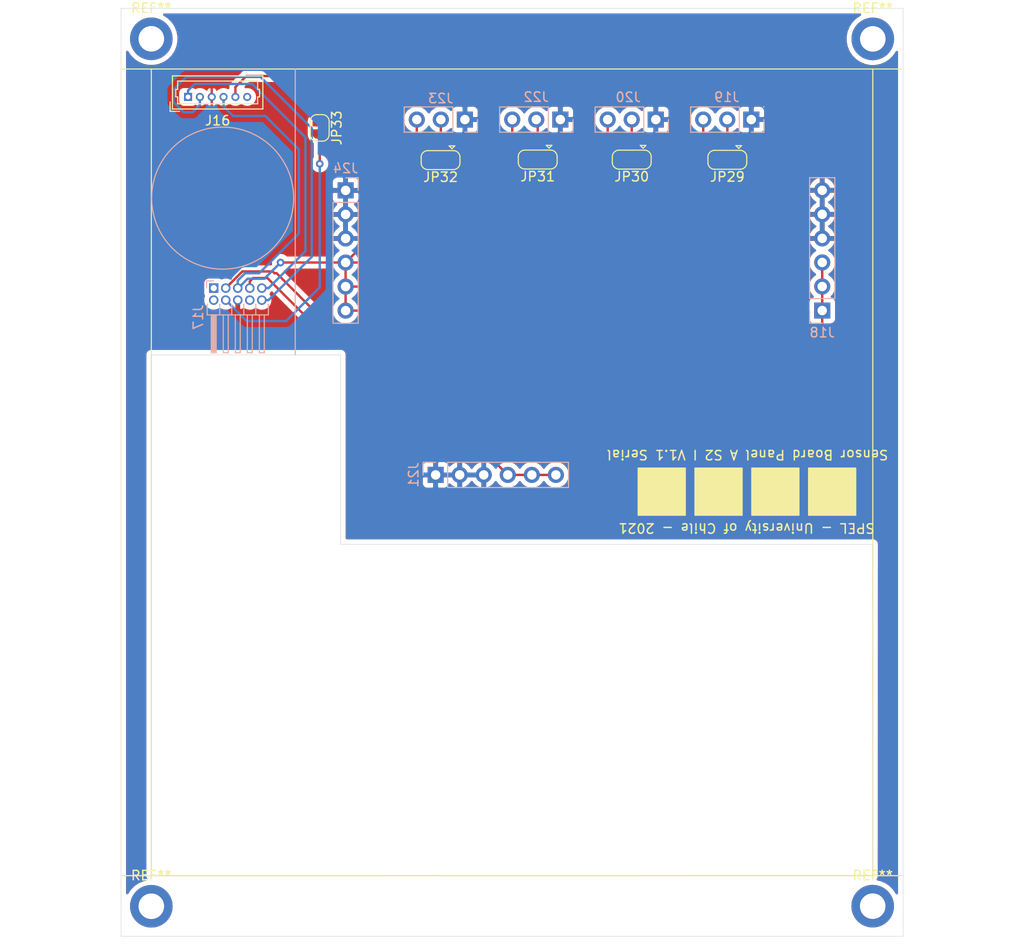
<source format=kicad_pcb>
(kicad_pcb (version 20171130) (host pcbnew "(5.1.2)-2")

  (general
    (thickness 1.6)
    (drawings 27)
    (tracks 120)
    (zones 0)
    (modules 18)
    (nets 17)
  )

  (page A2)
  (layers
    (0 F.Cu signal)
    (31 B.Cu signal)
    (32 B.Adhes user)
    (33 F.Adhes user)
    (34 B.Paste user)
    (35 F.Paste user)
    (36 B.SilkS user)
    (37 F.SilkS user)
    (38 B.Mask user)
    (39 F.Mask user)
    (40 Dwgs.User user)
    (41 Cmts.User user)
    (42 Eco1.User user)
    (43 Eco2.User user)
    (44 Edge.Cuts user)
    (45 Margin user)
    (46 B.CrtYd user)
    (47 F.CrtYd user)
    (48 B.Fab user)
    (49 F.Fab user)
  )

  (setup
    (last_trace_width 0.25)
    (trace_clearance 0.2)
    (zone_clearance 0.508)
    (zone_45_only no)
    (trace_min 0.2)
    (via_size 0.8)
    (via_drill 0.4)
    (via_min_size 0.4)
    (via_min_drill 0.3)
    (uvia_size 0.3)
    (uvia_drill 0.1)
    (uvias_allowed no)
    (uvia_min_size 0.2)
    (uvia_min_drill 0.1)
    (edge_width 0.05)
    (segment_width 0.2)
    (pcb_text_width 0.3)
    (pcb_text_size 1.5 1.5)
    (mod_edge_width 0.12)
    (mod_text_size 1 1)
    (mod_text_width 0.15)
    (pad_size 3.2 3.2)
    (pad_drill 1.8)
    (pad_to_mask_clearance 0.051)
    (solder_mask_min_width 0.25)
    (aux_axis_origin 0 0)
    (visible_elements 7FFFFFFF)
    (pcbplotparams
      (layerselection 0x010fc_ffffffff)
      (usegerberextensions false)
      (usegerberattributes false)
      (usegerberadvancedattributes false)
      (creategerberjobfile false)
      (excludeedgelayer true)
      (linewidth 0.100000)
      (plotframeref false)
      (viasonmask false)
      (mode 1)
      (useauxorigin false)
      (hpglpennumber 1)
      (hpglpenspeed 20)
      (hpglpendiameter 15.000000)
      (psnegative false)
      (psa4output false)
      (plotreference true)
      (plotvalue true)
      (plotinvisibletext false)
      (padsonsilk false)
      (subtractmaskfromsilk false)
      (outputformat 1)
      (mirror false)
      (drillshape 0)
      (scaleselection 1)
      (outputdirectory "D:/MAG+ SUCHAI 2 y 3/MAG_PC_AOA_FOD/A/Hardware/Panel A I S2/PAIS2/"))
  )

  (net 0 "")
  (net 1 GND)
  (net 2 "Net-(J16-Pad6)")
  (net 3 LPS_3V3)
  (net 4 LPS_5V)
  (net 5 LPS_RX)
  (net 6 LPS_TX)
  (net 7 VPOS)
  (net 8 VNEG)
  (net 9 PSN)
  (net 10 ENN)
  (net 11 PSP)
  (net 12 ENP)
  (net 13 "Net-(J17-Pad2)")
  (net 14 "Net-(J17-Pad1)")
  (net 15 "Net-(J17-Pad8)")
  (net 16 LPS_3V3J)

  (net_class Default "This is the default net class."
    (clearance 0.2)
    (trace_width 0.25)
    (via_dia 0.8)
    (via_drill 0.4)
    (uvia_dia 0.3)
    (uvia_drill 0.1)
    (add_net ENN)
    (add_net ENP)
    (add_net GND)
    (add_net LPS_3V3)
    (add_net LPS_3V3J)
    (add_net LPS_5V)
    (add_net LPS_RX)
    (add_net LPS_TX)
    (add_net "Net-(J16-Pad6)")
    (add_net "Net-(J17-Pad1)")
    (add_net "Net-(J17-Pad2)")
    (add_net "Net-(J17-Pad8)")
    (add_net PSN)
    (add_net PSP)
    (add_net VNEG)
    (add_net VPOS)
  )

  (module Pin_Headers:Pin_Header_Angled_2x05_Pitch1.27mm (layer B.Cu) (tedit 59650536) (tstamp 611FDBA1)
    (at 45.79 170.54 270)
    (descr "Through hole angled pin header, 2x05, 1.27mm pitch, 4.0mm pin length, double rows")
    (tags "Through hole angled pin header THT 2x05 1.27mm double row")
    (path /612008B4/611FDC0C)
    (fp_text reference J17 (at 3.0675 1.635 90) (layer B.SilkS)
      (effects (font (size 1 1) (thickness 0.15)) (justify mirror))
    )
    (fp_text value Conn_02x05_Counter_Clockwise (at 3.0675 -6.715 90) (layer B.Fab)
      (effects (font (size 1 1) (thickness 0.15)) (justify mirror))
    )
    (fp_text user %R (at 2.27 -2.54 180) (layer B.Fab)
      (effects (font (size 0.6 0.6) (thickness 0.09)) (justify mirror))
    )
    (fp_line (start 7.3 1.15) (end -1.15 1.15) (layer B.CrtYd) (width 0.05))
    (fp_line (start 7.3 -6.25) (end 7.3 1.15) (layer B.CrtYd) (width 0.05))
    (fp_line (start -1.15 -6.25) (end 7.3 -6.25) (layer B.CrtYd) (width 0.05))
    (fp_line (start -1.15 1.15) (end -1.15 -6.25) (layer B.CrtYd) (width 0.05))
    (fp_line (start -0.76 0.76) (end 0 0.76) (layer B.SilkS) (width 0.12))
    (fp_line (start -0.76 0) (end -0.76 0.76) (layer B.SilkS) (width 0.12))
    (fp_line (start 6.83 -5.34) (end 2.83 -5.34) (layer B.SilkS) (width 0.12))
    (fp_line (start 6.83 -4.82) (end 6.83 -5.34) (layer B.SilkS) (width 0.12))
    (fp_line (start 2.83 -4.82) (end 6.83 -4.82) (layer B.SilkS) (width 0.12))
    (fp_line (start 1.71 -4.429677) (end 1.71 -4.460323) (layer B.SilkS) (width 0.12))
    (fp_line (start 1.71 -4.445) (end 2.83 -4.445) (layer B.SilkS) (width 0.12))
    (fp_line (start 6.83 -4.07) (end 2.83 -4.07) (layer B.SilkS) (width 0.12))
    (fp_line (start 6.83 -3.55) (end 6.83 -4.07) (layer B.SilkS) (width 0.12))
    (fp_line (start 2.83 -3.55) (end 6.83 -3.55) (layer B.SilkS) (width 0.12))
    (fp_line (start 1.71 -3.159677) (end 1.71 -3.190323) (layer B.SilkS) (width 0.12))
    (fp_line (start 1.71 -3.175) (end 2.83 -3.175) (layer B.SilkS) (width 0.12))
    (fp_line (start 6.83 -2.8) (end 2.83 -2.8) (layer B.SilkS) (width 0.12))
    (fp_line (start 6.83 -2.28) (end 6.83 -2.8) (layer B.SilkS) (width 0.12))
    (fp_line (start 2.83 -2.28) (end 6.83 -2.28) (layer B.SilkS) (width 0.12))
    (fp_line (start 1.71 -1.889677) (end 1.71 -1.920323) (layer B.SilkS) (width 0.12))
    (fp_line (start 1.71 -1.905) (end 2.83 -1.905) (layer B.SilkS) (width 0.12))
    (fp_line (start 6.83 -1.53) (end 2.83 -1.53) (layer B.SilkS) (width 0.12))
    (fp_line (start 6.83 -1.01) (end 6.83 -1.53) (layer B.SilkS) (width 0.12))
    (fp_line (start 2.83 -1.01) (end 6.83 -1.01) (layer B.SilkS) (width 0.12))
    (fp_line (start 1.71 -0.619677) (end 1.71 -0.650323) (layer B.SilkS) (width 0.12))
    (fp_line (start 1.71 -0.635) (end 2.83 -0.635) (layer B.SilkS) (width 0.12))
    (fp_line (start 2.83 -0.16) (end 6.83 -0.16) (layer B.SilkS) (width 0.12))
    (fp_line (start 2.83 -0.04) (end 6.83 -0.04) (layer B.SilkS) (width 0.12))
    (fp_line (start 2.83 0.08) (end 6.83 0.08) (layer B.SilkS) (width 0.12))
    (fp_line (start 2.83 0.2) (end 6.83 0.2) (layer B.SilkS) (width 0.12))
    (fp_line (start 6.83 -0.26) (end 2.83 -0.26) (layer B.SilkS) (width 0.12))
    (fp_line (start 6.83 0.26) (end 6.83 -0.26) (layer B.SilkS) (width 0.12))
    (fp_line (start 2.83 0.26) (end 6.83 0.26) (layer B.SilkS) (width 0.12))
    (fp_line (start 1.71 -5.775) (end 1.71 -5.699677) (layer B.SilkS) (width 0.12))
    (fp_line (start 2.83 -5.775) (end 1.71 -5.775) (layer B.SilkS) (width 0.12))
    (fp_line (start 2.83 0.695) (end 2.83 -5.775) (layer B.SilkS) (width 0.12))
    (fp_line (start 1.71 0.695) (end 2.83 0.695) (layer B.SilkS) (width 0.12))
    (fp_line (start 1.71 0.619677) (end 1.71 0.695) (layer B.SilkS) (width 0.12))
    (fp_line (start 2.77 -5.28) (end 6.77 -5.28) (layer B.Fab) (width 0.1))
    (fp_line (start 6.77 -4.88) (end 6.77 -5.28) (layer B.Fab) (width 0.1))
    (fp_line (start 2.77 -4.88) (end 6.77 -4.88) (layer B.Fab) (width 0.1))
    (fp_line (start -0.2 -5.28) (end 1.77 -5.28) (layer B.Fab) (width 0.1))
    (fp_line (start -0.2 -4.88) (end -0.2 -5.28) (layer B.Fab) (width 0.1))
    (fp_line (start -0.2 -4.88) (end 1.77 -4.88) (layer B.Fab) (width 0.1))
    (fp_line (start 2.77 -4.01) (end 6.77 -4.01) (layer B.Fab) (width 0.1))
    (fp_line (start 6.77 -3.61) (end 6.77 -4.01) (layer B.Fab) (width 0.1))
    (fp_line (start 2.77 -3.61) (end 6.77 -3.61) (layer B.Fab) (width 0.1))
    (fp_line (start -0.2 -4.01) (end 1.77 -4.01) (layer B.Fab) (width 0.1))
    (fp_line (start -0.2 -3.61) (end -0.2 -4.01) (layer B.Fab) (width 0.1))
    (fp_line (start -0.2 -3.61) (end 1.77 -3.61) (layer B.Fab) (width 0.1))
    (fp_line (start 2.77 -2.74) (end 6.77 -2.74) (layer B.Fab) (width 0.1))
    (fp_line (start 6.77 -2.34) (end 6.77 -2.74) (layer B.Fab) (width 0.1))
    (fp_line (start 2.77 -2.34) (end 6.77 -2.34) (layer B.Fab) (width 0.1))
    (fp_line (start -0.2 -2.74) (end 1.77 -2.74) (layer B.Fab) (width 0.1))
    (fp_line (start -0.2 -2.34) (end -0.2 -2.74) (layer B.Fab) (width 0.1))
    (fp_line (start -0.2 -2.34) (end 1.77 -2.34) (layer B.Fab) (width 0.1))
    (fp_line (start 2.77 -1.47) (end 6.77 -1.47) (layer B.Fab) (width 0.1))
    (fp_line (start 6.77 -1.07) (end 6.77 -1.47) (layer B.Fab) (width 0.1))
    (fp_line (start 2.77 -1.07) (end 6.77 -1.07) (layer B.Fab) (width 0.1))
    (fp_line (start -0.2 -1.47) (end 1.77 -1.47) (layer B.Fab) (width 0.1))
    (fp_line (start -0.2 -1.07) (end -0.2 -1.47) (layer B.Fab) (width 0.1))
    (fp_line (start -0.2 -1.07) (end 1.77 -1.07) (layer B.Fab) (width 0.1))
    (fp_line (start 2.77 -0.2) (end 6.77 -0.2) (layer B.Fab) (width 0.1))
    (fp_line (start 6.77 0.2) (end 6.77 -0.2) (layer B.Fab) (width 0.1))
    (fp_line (start 2.77 0.2) (end 6.77 0.2) (layer B.Fab) (width 0.1))
    (fp_line (start -0.2 -0.2) (end 1.77 -0.2) (layer B.Fab) (width 0.1))
    (fp_line (start -0.2 0.2) (end -0.2 -0.2) (layer B.Fab) (width 0.1))
    (fp_line (start -0.2 0.2) (end 1.77 0.2) (layer B.Fab) (width 0.1))
    (fp_line (start 1.77 0.385) (end 2.02 0.635) (layer B.Fab) (width 0.1))
    (fp_line (start 1.77 -5.715) (end 1.77 0.385) (layer B.Fab) (width 0.1))
    (fp_line (start 2.77 -5.715) (end 1.77 -5.715) (layer B.Fab) (width 0.1))
    (fp_line (start 2.77 0.635) (end 2.77 -5.715) (layer B.Fab) (width 0.1))
    (fp_line (start 2.02 0.635) (end 2.77 0.635) (layer B.Fab) (width 0.1))
    (pad 10 thru_hole oval (at 1.27 -5.08 270) (size 1 1) (drill 0.65) (layers *.Cu *.Mask)
      (net 6 LPS_TX))
    (pad 9 thru_hole oval (at 0 -5.08 270) (size 1 1) (drill 0.65) (layers *.Cu *.Mask)
      (net 5 LPS_RX))
    (pad 8 thru_hole oval (at 1.27 -3.81 270) (size 1 1) (drill 0.65) (layers *.Cu *.Mask)
      (net 15 "Net-(J17-Pad8)"))
    (pad 7 thru_hole oval (at 0 -3.81 270) (size 1 1) (drill 0.65) (layers *.Cu *.Mask)
      (net 8 VNEG))
    (pad 6 thru_hole oval (at 1.27 -2.54 270) (size 1 1) (drill 0.65) (layers *.Cu *.Mask)
      (net 1 GND))
    (pad 5 thru_hole oval (at 0 -2.54 270) (size 1 1) (drill 0.65) (layers *.Cu *.Mask)
      (net 4 LPS_5V))
    (pad 4 thru_hole oval (at 1.27 -1.27 270) (size 1 1) (drill 0.65) (layers *.Cu *.Mask)
      (net 16 LPS_3V3J))
    (pad 3 thru_hole oval (at 0 -1.27 270) (size 1 1) (drill 0.65) (layers *.Cu *.Mask)
      (net 7 VPOS))
    (pad 2 thru_hole oval (at 1.27 0 270) (size 1 1) (drill 0.65) (layers *.Cu *.Mask)
      (net 13 "Net-(J17-Pad2)"))
    (pad 1 thru_hole rect (at 0 0 270) (size 1 1) (drill 0.65) (layers *.Cu *.Mask)
      (net 14 "Net-(J17-Pad1)"))
    (model ${KISYS3DMOD}/Pin_Headers.3dshapes/Pin_Header_Angled_2x05_Pitch1.27mm.wrl
      (at (xyz 0 0 0))
      (scale (xyz 1 1 1))
      (rotate (xyz 0 0 0))
    )
    (model "D:/MAG+ SUCHAI 2 y 3/Downloads/PARTserver22021082322185532628920d0b6156e/FTSH-105-01-F-D-RA-K.stp"
      (offset (xyz 2.5 -2.5 2.5))
      (scale (xyz 1 1 1))
      (rotate (xyz -180 0 -90))
    )
  )

  (module Mounting_Holes:MountingHole_2.7mm_M2.5_ISO14580_Pad (layer F.Cu) (tedit 56D1B4CB) (tstamp 611F217C)
    (at 115.4 144.22)
    (descr "Mounting Hole 2.7mm, M2.5, ISO14580")
    (tags "mounting hole 2.7mm m2.5 iso14580")
    (attr virtual)
    (fp_text reference REF** (at 0 -3.25) (layer F.SilkS)
      (effects (font (size 1 1) (thickness 0.15)))
    )
    (fp_text value MountingHole_2.7mm_M2.5_ISO14580_Pad (at 0 3.25) (layer F.Fab)
      (effects (font (size 1 1) (thickness 0.15)))
    )
    (fp_text user %R (at 0.3 0) (layer F.Fab)
      (effects (font (size 1 1) (thickness 0.15)))
    )
    (fp_circle (center 0 0) (end 2.25 0) (layer Cmts.User) (width 0.15))
    (fp_circle (center 0 0) (end 2.5 0) (layer F.CrtYd) (width 0.05))
    (pad 1 thru_hole circle (at 0 0) (size 4.5 4.5) (drill 2.7) (layers *.Cu *.Mask))
  )

  (module Mounting_Holes:MountingHole_2.7mm_M2.5_ISO14580_Pad (layer F.Cu) (tedit 56D1B4CB) (tstamp 611F2175)
    (at 115.39 235.82)
    (descr "Mounting Hole 2.7mm, M2.5, ISO14580")
    (tags "mounting hole 2.7mm m2.5 iso14580")
    (attr virtual)
    (fp_text reference REF** (at 0 -3.25) (layer F.SilkS)
      (effects (font (size 1 1) (thickness 0.15)))
    )
    (fp_text value MountingHole_2.7mm_M2.5_ISO14580_Pad (at 0 3.25) (layer F.Fab)
      (effects (font (size 1 1) (thickness 0.15)))
    )
    (fp_text user %R (at 0.3 0) (layer F.Fab)
      (effects (font (size 1 1) (thickness 0.15)))
    )
    (fp_circle (center 0 0) (end 2.25 0) (layer Cmts.User) (width 0.15))
    (fp_circle (center 0 0) (end 2.5 0) (layer F.CrtYd) (width 0.05))
    (pad 1 thru_hole circle (at 0 0) (size 4.5 4.5) (drill 2.7) (layers *.Cu *.Mask))
  )

  (module Mounting_Holes:MountingHole_2.7mm_M2.5_ISO14580_Pad (layer F.Cu) (tedit 56D1B4CB) (tstamp 611F216E)
    (at 39.2 144.21)
    (descr "Mounting Hole 2.7mm, M2.5, ISO14580")
    (tags "mounting hole 2.7mm m2.5 iso14580")
    (attr virtual)
    (fp_text reference REF** (at 0 -3.25) (layer F.SilkS)
      (effects (font (size 1 1) (thickness 0.15)))
    )
    (fp_text value MountingHole_2.7mm_M2.5_ISO14580_Pad (at 0 3.25) (layer F.Fab)
      (effects (font (size 1 1) (thickness 0.15)))
    )
    (fp_circle (center 0 0) (end 2.5 0) (layer F.CrtYd) (width 0.05))
    (fp_circle (center 0 0) (end 2.25 0) (layer Cmts.User) (width 0.15))
    (fp_text user %R (at 0.3 0) (layer F.Fab)
      (effects (font (size 1 1) (thickness 0.15)))
    )
    (pad 1 thru_hole circle (at 0 0) (size 4.5 4.5) (drill 2.7) (layers *.Cu *.Mask))
  )

  (module Mounting_Holes:MountingHole_2.7mm_M2.5_ISO14580_Pad (layer F.Cu) (tedit 56D1B4CB) (tstamp 611F2167)
    (at 39.2 235.83)
    (descr "Mounting Hole 2.7mm, M2.5, ISO14580")
    (tags "mounting hole 2.7mm m2.5 iso14580")
    (attr virtual)
    (fp_text reference REF** (at 0 -3.25) (layer F.SilkS)
      (effects (font (size 1 1) (thickness 0.15)))
    )
    (fp_text value MountingHole_2.7mm_M2.5_ISO14580_Pad (at 0 3.25) (layer F.Fab)
      (effects (font (size 1 1) (thickness 0.15)))
    )
    (fp_text user %R (at 0.3 0) (layer F.Fab)
      (effects (font (size 1 1) (thickness 0.15)))
    )
    (fp_circle (center 0 0) (end 2.25 0) (layer Cmts.User) (width 0.15))
    (fp_circle (center 0 0) (end 2.5 0) (layer F.CrtYd) (width 0.05))
    (pad 1 thru_hole circle (at 0 0) (size 4.5 4.5) (drill 2.7) (layers *.Cu *.Mask))
  )

  (module Connectors_Molex:Molex_PicoBlade_53047-0610_06x1.25mm_Straight (layer F.Cu) (tedit 58A3B615) (tstamp 611FE276)
    (at 43.08 150.35)
    (descr "Molex PicoBlade, single row, top entry type, through hole, PN:53047-0610")
    (tags "connector molex picoblade")
    (path /612008B4/61200CE7)
    (fp_text reference J16 (at 3.125 2.5) (layer F.SilkS)
      (effects (font (size 1 1) (thickness 0.15)))
    )
    (fp_text value Conn_01x06_Male (at 3.125 -3.25) (layer F.Fab)
      (effects (font (size 1 1) (thickness 0.15)))
    )
    (fp_text user %R (at 3.125 -1.25) (layer F.Fab)
      (effects (font (size 1 1) (thickness 0.15)))
    )
    (fp_line (start -1.9 1.525) (end -0.9 1.525) (layer F.SilkS) (width 0.12))
    (fp_line (start -1.9 1.525) (end -1.9 0.525) (layer F.SilkS) (width 0.12))
    (fp_line (start 7.35 -1.675) (end 3.125 -1.675) (layer F.SilkS) (width 0.12))
    (fp_line (start 7.35 -0.8) (end 7.35 -1.675) (layer F.SilkS) (width 0.12))
    (fp_line (start 7.55 -0.8) (end 7.35 -0.8) (layer F.SilkS) (width 0.12))
    (fp_line (start 7.55 0) (end 7.55 -0.8) (layer F.SilkS) (width 0.12))
    (fp_line (start 7.35 0) (end 7.55 0) (layer F.SilkS) (width 0.12))
    (fp_line (start 7.35 0.725) (end 7.35 0) (layer F.SilkS) (width 0.12))
    (fp_line (start 3.125 0.725) (end 7.35 0.725) (layer F.SilkS) (width 0.12))
    (fp_line (start -1.1 -1.675) (end 3.125 -1.675) (layer F.SilkS) (width 0.12))
    (fp_line (start -1.1 -0.8) (end -1.1 -1.675) (layer F.SilkS) (width 0.12))
    (fp_line (start -1.3 -0.8) (end -1.1 -0.8) (layer F.SilkS) (width 0.12))
    (fp_line (start -1.3 0) (end -1.3 -0.8) (layer F.SilkS) (width 0.12))
    (fp_line (start -1.1 0) (end -1.3 0) (layer F.SilkS) (width 0.12))
    (fp_line (start -1.1 0.725) (end -1.1 0) (layer F.SilkS) (width 0.12))
    (fp_line (start 3.125 0.725) (end -1.1 0.725) (layer F.SilkS) (width 0.12))
    (fp_line (start 7.9 -2.225) (end -1.65 -2.225) (layer F.SilkS) (width 0.12))
    (fp_line (start 7.9 1.275) (end 7.9 -2.225) (layer F.SilkS) (width 0.12))
    (fp_line (start -1.65 1.275) (end 7.9 1.275) (layer F.SilkS) (width 0.12))
    (fp_line (start -1.65 -2.225) (end -1.65 1.275) (layer F.SilkS) (width 0.12))
    (fp_line (start 7.75 -2.075) (end -1.5 -2.075) (layer F.Fab) (width 0.1))
    (fp_line (start 7.75 1.125) (end 7.75 -2.075) (layer F.Fab) (width 0.1))
    (fp_line (start -1.5 1.125) (end 7.75 1.125) (layer F.Fab) (width 0.1))
    (fp_line (start -1.5 -2.075) (end -1.5 1.125) (layer F.Fab) (width 0.1))
    (fp_line (start 8.25 -2.55) (end -2 -2.55) (layer F.CrtYd) (width 0.05))
    (fp_line (start 8.25 1.6) (end 8.25 -2.55) (layer F.CrtYd) (width 0.05))
    (fp_line (start -2 1.6) (end 8.25 1.6) (layer F.CrtYd) (width 0.05))
    (fp_line (start -2 -2.55) (end -2 1.6) (layer F.CrtYd) (width 0.05))
    (pad 6 thru_hole circle (at 6.25 0) (size 0.85 0.85) (drill 0.5) (layers *.Cu *.Mask)
      (net 2 "Net-(J16-Pad6)"))
    (pad 5 thru_hole circle (at 5 0) (size 0.85 0.85) (drill 0.5) (layers *.Cu *.Mask)
      (net 3 LPS_3V3))
    (pad 4 thru_hole circle (at 3.75 0) (size 0.85 0.85) (drill 0.5) (layers *.Cu *.Mask)
      (net 4 LPS_5V))
    (pad 3 thru_hole circle (at 2.5 0) (size 0.85 0.85) (drill 0.5) (layers *.Cu *.Mask)
      (net 1 GND))
    (pad 2 thru_hole circle (at 1.25 0) (size 0.85 0.85) (drill 0.5) (layers *.Cu *.Mask)
      (net 6 LPS_TX))
    (pad 1 thru_hole rect (at 0 0) (size 0.85 0.85) (drill 0.5) (layers *.Cu *.Mask)
      (net 5 LPS_RX))
    (model ${KISYS3DMOD}/Connectors_Molex.3dshapes/Molex_PicoBlade_53047-0610_06x1.25mm_Straight.wrl
      (at (xyz 0 0 0))
      (scale (xyz 1 1 1))
      (rotate (xyz 0 0 0))
    )
    (model ${KISYS3DMOD}/Connector_Molex.3dshapes/530470610.stp
      (offset (xyz 3 1 3))
      (scale (xyz 1 1 1))
      (rotate (xyz -95 0 -180))
    )
  )

  (module Pin_Headers:Pin_Header_Straight_1x06_Pitch2.54mm (layer B.Cu) (tedit 59650532) (tstamp 611FDBBB)
    (at 110.06 172.91)
    (descr "Through hole straight pin header, 1x06, 2.54mm pitch, single row")
    (tags "Through hole pin header THT 1x06 2.54mm single row")
    (path /612008B4/61202352)
    (fp_text reference J18 (at 0 2.33) (layer B.SilkS)
      (effects (font (size 1 1) (thickness 0.15)) (justify mirror))
    )
    (fp_text value Conn_01x06_Male (at 0 -15.03) (layer B.Fab)
      (effects (font (size 1 1) (thickness 0.15)) (justify mirror))
    )
    (fp_line (start -0.635 1.27) (end 1.27 1.27) (layer B.Fab) (width 0.1))
    (fp_line (start 1.27 1.27) (end 1.27 -13.97) (layer B.Fab) (width 0.1))
    (fp_line (start 1.27 -13.97) (end -1.27 -13.97) (layer B.Fab) (width 0.1))
    (fp_line (start -1.27 -13.97) (end -1.27 0.635) (layer B.Fab) (width 0.1))
    (fp_line (start -1.27 0.635) (end -0.635 1.27) (layer B.Fab) (width 0.1))
    (fp_line (start -1.33 -14.03) (end 1.33 -14.03) (layer B.SilkS) (width 0.12))
    (fp_line (start -1.33 -1.27) (end -1.33 -14.03) (layer B.SilkS) (width 0.12))
    (fp_line (start 1.33 -1.27) (end 1.33 -14.03) (layer B.SilkS) (width 0.12))
    (fp_line (start -1.33 -1.27) (end 1.33 -1.27) (layer B.SilkS) (width 0.12))
    (fp_line (start -1.33 0) (end -1.33 1.33) (layer B.SilkS) (width 0.12))
    (fp_line (start -1.33 1.33) (end 0 1.33) (layer B.SilkS) (width 0.12))
    (fp_line (start -1.8 1.8) (end -1.8 -14.5) (layer B.CrtYd) (width 0.05))
    (fp_line (start -1.8 -14.5) (end 1.8 -14.5) (layer B.CrtYd) (width 0.05))
    (fp_line (start 1.8 -14.5) (end 1.8 1.8) (layer B.CrtYd) (width 0.05))
    (fp_line (start 1.8 1.8) (end -1.8 1.8) (layer B.CrtYd) (width 0.05))
    (fp_text user %R (at 0 -6.35 -90) (layer B.Fab)
      (effects (font (size 1 1) (thickness 0.15)) (justify mirror))
    )
    (pad 1 thru_hole rect (at 0 0) (size 1.7 1.7) (drill 1) (layers *.Cu *.Mask)
      (net 8 VNEG))
    (pad 2 thru_hole oval (at 0 -2.54) (size 1.7 1.7) (drill 1) (layers *.Cu *.Mask)
      (net 8 VNEG))
    (pad 3 thru_hole oval (at 0 -5.08) (size 1.7 1.7) (drill 1) (layers *.Cu *.Mask)
      (net 8 VNEG))
    (pad 4 thru_hole oval (at 0 -7.62) (size 1.7 1.7) (drill 1) (layers *.Cu *.Mask)
      (net 1 GND))
    (pad 5 thru_hole oval (at 0 -10.16) (size 1.7 1.7) (drill 1) (layers *.Cu *.Mask)
      (net 1 GND))
    (pad 6 thru_hole oval (at 0 -12.7) (size 1.7 1.7) (drill 1) (layers *.Cu *.Mask)
      (net 1 GND))
    (model ${KISYS3DMOD}/Pin_Headers.3dshapes/Pin_Header_Straight_1x06_Pitch2.54mm.wrl
      (at (xyz 0 0 0))
      (scale (xyz 1 1 1))
      (rotate (xyz 0 0 0))
    )
  )

  (module Pin_Headers:Pin_Header_Straight_1x03_Pitch2.54mm (layer B.Cu) (tedit 59650532) (tstamp 611FDBD2)
    (at 102.57 152.74 90)
    (descr "Through hole straight pin header, 1x03, 2.54mm pitch, single row")
    (tags "Through hole pin header THT 1x03 2.54mm single row")
    (path /612008B4/612012CD)
    (fp_text reference J19 (at 2.37 -2.59 180) (layer B.SilkS)
      (effects (font (size 1 1) (thickness 0.15)) (justify mirror))
    )
    (fp_text value Conn_01x03_Male (at 0 -7.41 90) (layer B.Fab)
      (effects (font (size 1 1) (thickness 0.15)) (justify mirror))
    )
    (fp_text user %R (at 0 -2.54 180) (layer B.Fab)
      (effects (font (size 1 1) (thickness 0.15)) (justify mirror))
    )
    (fp_line (start 1.8 1.8) (end -1.8 1.8) (layer B.CrtYd) (width 0.05))
    (fp_line (start 1.8 -6.85) (end 1.8 1.8) (layer B.CrtYd) (width 0.05))
    (fp_line (start -1.8 -6.85) (end 1.8 -6.85) (layer B.CrtYd) (width 0.05))
    (fp_line (start -1.8 1.8) (end -1.8 -6.85) (layer B.CrtYd) (width 0.05))
    (fp_line (start -1.33 1.33) (end 0 1.33) (layer B.SilkS) (width 0.12))
    (fp_line (start -1.33 0) (end -1.33 1.33) (layer B.SilkS) (width 0.12))
    (fp_line (start -1.33 -1.27) (end 1.33 -1.27) (layer B.SilkS) (width 0.12))
    (fp_line (start 1.33 -1.27) (end 1.33 -6.41) (layer B.SilkS) (width 0.12))
    (fp_line (start -1.33 -1.27) (end -1.33 -6.41) (layer B.SilkS) (width 0.12))
    (fp_line (start -1.33 -6.41) (end 1.33 -6.41) (layer B.SilkS) (width 0.12))
    (fp_line (start -1.27 0.635) (end -0.635 1.27) (layer B.Fab) (width 0.1))
    (fp_line (start -1.27 -6.35) (end -1.27 0.635) (layer B.Fab) (width 0.1))
    (fp_line (start 1.27 -6.35) (end -1.27 -6.35) (layer B.Fab) (width 0.1))
    (fp_line (start 1.27 1.27) (end 1.27 -6.35) (layer B.Fab) (width 0.1))
    (fp_line (start -0.635 1.27) (end 1.27 1.27) (layer B.Fab) (width 0.1))
    (pad 3 thru_hole oval (at 0 -5.08 90) (size 1.7 1.7) (drill 1) (layers *.Cu *.Mask)
      (net 4 LPS_5V))
    (pad 2 thru_hole oval (at 0 -2.54 90) (size 1.7 1.7) (drill 1) (layers *.Cu *.Mask)
      (net 9 PSN))
    (pad 1 thru_hole rect (at 0 0 90) (size 1.7 1.7) (drill 1) (layers *.Cu *.Mask)
      (net 1 GND))
    (model ${KISYS3DMOD}/Pin_Headers.3dshapes/Pin_Header_Straight_1x03_Pitch2.54mm.wrl
      (at (xyz 0 0 0))
      (scale (xyz 1 1 1))
      (rotate (xyz 0 0 0))
    )
  )

  (module Pin_Headers:Pin_Header_Straight_1x03_Pitch2.54mm (layer B.Cu) (tedit 59650532) (tstamp 611FF1CA)
    (at 92.48 152.74 90)
    (descr "Through hole straight pin header, 1x03, 2.54mm pitch, single row")
    (tags "Through hole pin header THT 1x03 2.54mm single row")
    (path /612008B4/612019BF)
    (fp_text reference J20 (at 2.36 -2.91 180) (layer B.SilkS)
      (effects (font (size 1 1) (thickness 0.15)) (justify mirror))
    )
    (fp_text value Conn_01x03_Male (at 0 -7.41 90) (layer B.Fab)
      (effects (font (size 1 1) (thickness 0.15)) (justify mirror))
    )
    (fp_line (start -0.635 1.27) (end 1.27 1.27) (layer B.Fab) (width 0.1))
    (fp_line (start 1.27 1.27) (end 1.27 -6.35) (layer B.Fab) (width 0.1))
    (fp_line (start 1.27 -6.35) (end -1.27 -6.35) (layer B.Fab) (width 0.1))
    (fp_line (start -1.27 -6.35) (end -1.27 0.635) (layer B.Fab) (width 0.1))
    (fp_line (start -1.27 0.635) (end -0.635 1.27) (layer B.Fab) (width 0.1))
    (fp_line (start -1.33 -6.41) (end 1.33 -6.41) (layer B.SilkS) (width 0.12))
    (fp_line (start -1.33 -1.27) (end -1.33 -6.41) (layer B.SilkS) (width 0.12))
    (fp_line (start 1.33 -1.27) (end 1.33 -6.41) (layer B.SilkS) (width 0.12))
    (fp_line (start -1.33 -1.27) (end 1.33 -1.27) (layer B.SilkS) (width 0.12))
    (fp_line (start -1.33 0) (end -1.33 1.33) (layer B.SilkS) (width 0.12))
    (fp_line (start -1.33 1.33) (end 0 1.33) (layer B.SilkS) (width 0.12))
    (fp_line (start -1.8 1.8) (end -1.8 -6.85) (layer B.CrtYd) (width 0.05))
    (fp_line (start -1.8 -6.85) (end 1.8 -6.85) (layer B.CrtYd) (width 0.05))
    (fp_line (start 1.8 -6.85) (end 1.8 1.8) (layer B.CrtYd) (width 0.05))
    (fp_line (start 1.8 1.8) (end -1.8 1.8) (layer B.CrtYd) (width 0.05))
    (fp_text user %R (at 0 -2.54 180) (layer B.Fab)
      (effects (font (size 1 1) (thickness 0.15)) (justify mirror))
    )
    (pad 1 thru_hole rect (at 0 0 90) (size 1.7 1.7) (drill 1) (layers *.Cu *.Mask)
      (net 1 GND))
    (pad 2 thru_hole oval (at 0 -2.54 90) (size 1.7 1.7) (drill 1) (layers *.Cu *.Mask)
      (net 10 ENN))
    (pad 3 thru_hole oval (at 0 -5.08 90) (size 1.7 1.7) (drill 1) (layers *.Cu *.Mask)
      (net 4 LPS_5V))
    (model ${KISYS3DMOD}/Pin_Headers.3dshapes/Pin_Header_Straight_1x03_Pitch2.54mm.wrl
      (at (xyz 0 0 0))
      (scale (xyz 1 1 1))
      (rotate (xyz 0 0 0))
    )
  )

  (module Pin_Headers:Pin_Header_Straight_1x06_Pitch2.54mm (layer B.Cu) (tedit 59650532) (tstamp 611FDC03)
    (at 69.23 190.27 270)
    (descr "Through hole straight pin header, 1x06, 2.54mm pitch, single row")
    (tags "Through hole pin header THT 1x06 2.54mm single row")
    (path /612008B4/61202D45)
    (fp_text reference J21 (at 0 2.33 90) (layer B.SilkS)
      (effects (font (size 1 1) (thickness 0.15)) (justify mirror))
    )
    (fp_text value Conn_01x06_Male (at 0 -15.03 90) (layer B.Fab)
      (effects (font (size 1 1) (thickness 0.15)) (justify mirror))
    )
    (fp_text user %R (at 0 -6.35 180) (layer B.Fab)
      (effects (font (size 1 1) (thickness 0.15)) (justify mirror))
    )
    (fp_line (start 1.8 1.8) (end -1.8 1.8) (layer B.CrtYd) (width 0.05))
    (fp_line (start 1.8 -14.5) (end 1.8 1.8) (layer B.CrtYd) (width 0.05))
    (fp_line (start -1.8 -14.5) (end 1.8 -14.5) (layer B.CrtYd) (width 0.05))
    (fp_line (start -1.8 1.8) (end -1.8 -14.5) (layer B.CrtYd) (width 0.05))
    (fp_line (start -1.33 1.33) (end 0 1.33) (layer B.SilkS) (width 0.12))
    (fp_line (start -1.33 0) (end -1.33 1.33) (layer B.SilkS) (width 0.12))
    (fp_line (start -1.33 -1.27) (end 1.33 -1.27) (layer B.SilkS) (width 0.12))
    (fp_line (start 1.33 -1.27) (end 1.33 -14.03) (layer B.SilkS) (width 0.12))
    (fp_line (start -1.33 -1.27) (end -1.33 -14.03) (layer B.SilkS) (width 0.12))
    (fp_line (start -1.33 -14.03) (end 1.33 -14.03) (layer B.SilkS) (width 0.12))
    (fp_line (start -1.27 0.635) (end -0.635 1.27) (layer B.Fab) (width 0.1))
    (fp_line (start -1.27 -13.97) (end -1.27 0.635) (layer B.Fab) (width 0.1))
    (fp_line (start 1.27 -13.97) (end -1.27 -13.97) (layer B.Fab) (width 0.1))
    (fp_line (start 1.27 1.27) (end 1.27 -13.97) (layer B.Fab) (width 0.1))
    (fp_line (start -0.635 1.27) (end 1.27 1.27) (layer B.Fab) (width 0.1))
    (pad 6 thru_hole oval (at 0 -12.7 270) (size 1.7 1.7) (drill 1) (layers *.Cu *.Mask)
      (net 7 VPOS))
    (pad 5 thru_hole oval (at 0 -10.16 270) (size 1.7 1.7) (drill 1) (layers *.Cu *.Mask)
      (net 7 VPOS))
    (pad 4 thru_hole oval (at 0 -7.62 270) (size 1.7 1.7) (drill 1) (layers *.Cu *.Mask)
      (net 7 VPOS))
    (pad 3 thru_hole oval (at 0 -5.08 270) (size 1.7 1.7) (drill 1) (layers *.Cu *.Mask)
      (net 1 GND))
    (pad 2 thru_hole oval (at 0 -2.54 270) (size 1.7 1.7) (drill 1) (layers *.Cu *.Mask)
      (net 1 GND))
    (pad 1 thru_hole rect (at 0 0 270) (size 1.7 1.7) (drill 1) (layers *.Cu *.Mask)
      (net 1 GND))
    (model ${KISYS3DMOD}/Pin_Headers.3dshapes/Pin_Header_Straight_1x06_Pitch2.54mm.wrl
      (at (xyz 0 0 0))
      (scale (xyz 1 1 1))
      (rotate (xyz 0 0 0))
    )
  )

  (module Pin_Headers:Pin_Header_Straight_1x03_Pitch2.54mm (layer B.Cu) (tedit 59650532) (tstamp 611FDC1A)
    (at 82.4 152.74 90)
    (descr "Through hole straight pin header, 1x03, 2.54mm pitch, single row")
    (tags "Through hole pin header THT 1x03 2.54mm single row")
    (path /612008B4/61201B1B)
    (fp_text reference J22 (at 2.38 -2.55 180) (layer B.SilkS)
      (effects (font (size 1 1) (thickness 0.15)) (justify mirror))
    )
    (fp_text value Conn_01x03_Male (at 0 -7.41 90) (layer B.Fab)
      (effects (font (size 1 1) (thickness 0.15)) (justify mirror))
    )
    (fp_text user %R (at 0 -2.54 180) (layer B.Fab)
      (effects (font (size 1 1) (thickness 0.15)) (justify mirror))
    )
    (fp_line (start 1.8 1.8) (end -1.8 1.8) (layer B.CrtYd) (width 0.05))
    (fp_line (start 1.8 -6.85) (end 1.8 1.8) (layer B.CrtYd) (width 0.05))
    (fp_line (start -1.8 -6.85) (end 1.8 -6.85) (layer B.CrtYd) (width 0.05))
    (fp_line (start -1.8 1.8) (end -1.8 -6.85) (layer B.CrtYd) (width 0.05))
    (fp_line (start -1.33 1.33) (end 0 1.33) (layer B.SilkS) (width 0.12))
    (fp_line (start -1.33 0) (end -1.33 1.33) (layer B.SilkS) (width 0.12))
    (fp_line (start -1.33 -1.27) (end 1.33 -1.27) (layer B.SilkS) (width 0.12))
    (fp_line (start 1.33 -1.27) (end 1.33 -6.41) (layer B.SilkS) (width 0.12))
    (fp_line (start -1.33 -1.27) (end -1.33 -6.41) (layer B.SilkS) (width 0.12))
    (fp_line (start -1.33 -6.41) (end 1.33 -6.41) (layer B.SilkS) (width 0.12))
    (fp_line (start -1.27 0.635) (end -0.635 1.27) (layer B.Fab) (width 0.1))
    (fp_line (start -1.27 -6.35) (end -1.27 0.635) (layer B.Fab) (width 0.1))
    (fp_line (start 1.27 -6.35) (end -1.27 -6.35) (layer B.Fab) (width 0.1))
    (fp_line (start 1.27 1.27) (end 1.27 -6.35) (layer B.Fab) (width 0.1))
    (fp_line (start -0.635 1.27) (end 1.27 1.27) (layer B.Fab) (width 0.1))
    (pad 3 thru_hole oval (at 0 -5.08 90) (size 1.7 1.7) (drill 1) (layers *.Cu *.Mask)
      (net 4 LPS_5V))
    (pad 2 thru_hole oval (at 0 -2.54 90) (size 1.7 1.7) (drill 1) (layers *.Cu *.Mask)
      (net 11 PSP))
    (pad 1 thru_hole rect (at 0 0 90) (size 1.7 1.7) (drill 1) (layers *.Cu *.Mask)
      (net 1 GND))
    (model ${KISYS3DMOD}/Pin_Headers.3dshapes/Pin_Header_Straight_1x03_Pitch2.54mm.wrl
      (at (xyz 0 0 0))
      (scale (xyz 1 1 1))
      (rotate (xyz 0 0 0))
    )
  )

  (module Pin_Headers:Pin_Header_Straight_1x03_Pitch2.54mm (layer B.Cu) (tedit 59650532) (tstamp 611FE8DA)
    (at 72.32 152.74 90)
    (descr "Through hole straight pin header, 1x03, 2.54mm pitch, single row")
    (tags "Through hole pin header THT 1x03 2.54mm single row")
    (path /612008B4/61201E27)
    (autoplace_cost90 1)
    (fp_text reference J23 (at 2.23 -2.55 180) (layer B.SilkS)
      (effects (font (size 1 1) (thickness 0.15)) (justify mirror))
    )
    (fp_text value Conn_01x03_Male (at 0 -7.41 90) (layer B.Fab)
      (effects (font (size 1 1) (thickness 0.15)) (justify mirror))
    )
    (fp_line (start -0.635 1.27) (end 1.27 1.27) (layer B.Fab) (width 0.1))
    (fp_line (start 1.27 1.27) (end 1.27 -6.35) (layer B.Fab) (width 0.1))
    (fp_line (start 1.27 -6.35) (end -1.27 -6.35) (layer B.Fab) (width 0.1))
    (fp_line (start -1.27 -6.35) (end -1.27 0.635) (layer B.Fab) (width 0.1))
    (fp_line (start -1.27 0.635) (end -0.635 1.27) (layer B.Fab) (width 0.1))
    (fp_line (start -1.33 -6.41) (end 1.33 -6.41) (layer B.SilkS) (width 0.12))
    (fp_line (start -1.33 -1.27) (end -1.33 -6.41) (layer B.SilkS) (width 0.12))
    (fp_line (start 1.33 -1.27) (end 1.33 -6.41) (layer B.SilkS) (width 0.12))
    (fp_line (start -1.33 -1.27) (end 1.33 -1.27) (layer B.SilkS) (width 0.12))
    (fp_line (start -1.33 0) (end -1.33 1.33) (layer B.SilkS) (width 0.12))
    (fp_line (start -1.33 1.33) (end 0 1.33) (layer B.SilkS) (width 0.12))
    (fp_line (start -1.8 1.8) (end -1.8 -6.85) (layer B.CrtYd) (width 0.05))
    (fp_line (start -1.8 -6.85) (end 1.8 -6.85) (layer B.CrtYd) (width 0.05))
    (fp_line (start 1.8 -6.85) (end 1.8 1.8) (layer B.CrtYd) (width 0.05))
    (fp_line (start 1.8 1.8) (end -1.8 1.8) (layer B.CrtYd) (width 0.05))
    (fp_text user %R (at 0 -2.54 180) (layer B.Fab)
      (effects (font (size 1 1) (thickness 0.15)) (justify mirror))
    )
    (pad 1 thru_hole rect (at 0 0 90) (size 1.7 1.7) (drill 1) (layers *.Cu *.Mask)
      (net 1 GND))
    (pad 2 thru_hole oval (at 0 -2.54 90) (size 1.7 1.7) (drill 1) (layers *.Cu *.Mask)
      (net 12 ENP))
    (pad 3 thru_hole oval (at 0 -5.08 90) (size 1.7 1.7) (drill 1) (layers *.Cu *.Mask)
      (net 4 LPS_5V))
    (model ${KISYS3DMOD}/Pin_Headers.3dshapes/Pin_Header_Straight_1x03_Pitch2.54mm.wrl
      (at (xyz 0 0 0))
      (scale (xyz 1 1 1))
      (rotate (xyz 0 0 0))
    )
  )

  (module Pin_Headers:Pin_Header_Straight_1x06_Pitch2.54mm (layer B.Cu) (tedit 59650532) (tstamp 611FDC4B)
    (at 59.72 160.22 180)
    (descr "Through hole straight pin header, 1x06, 2.54mm pitch, single row")
    (tags "Through hole pin header THT 1x06 2.54mm single row")
    (path /612008B4/612028D4)
    (fp_text reference J24 (at 0 2.33) (layer B.SilkS)
      (effects (font (size 1 1) (thickness 0.15)) (justify mirror))
    )
    (fp_text value Conn_01x06_Male (at 0 -15.03) (layer B.Fab)
      (effects (font (size 1 1) (thickness 0.15)) (justify mirror))
    )
    (fp_text user %R (at 0 -6.35 270) (layer B.Fab)
      (effects (font (size 1 1) (thickness 0.15)) (justify mirror))
    )
    (fp_line (start 1.8 1.8) (end -1.8 1.8) (layer B.CrtYd) (width 0.05))
    (fp_line (start 1.8 -14.5) (end 1.8 1.8) (layer B.CrtYd) (width 0.05))
    (fp_line (start -1.8 -14.5) (end 1.8 -14.5) (layer B.CrtYd) (width 0.05))
    (fp_line (start -1.8 1.8) (end -1.8 -14.5) (layer B.CrtYd) (width 0.05))
    (fp_line (start -1.33 1.33) (end 0 1.33) (layer B.SilkS) (width 0.12))
    (fp_line (start -1.33 0) (end -1.33 1.33) (layer B.SilkS) (width 0.12))
    (fp_line (start -1.33 -1.27) (end 1.33 -1.27) (layer B.SilkS) (width 0.12))
    (fp_line (start 1.33 -1.27) (end 1.33 -14.03) (layer B.SilkS) (width 0.12))
    (fp_line (start -1.33 -1.27) (end -1.33 -14.03) (layer B.SilkS) (width 0.12))
    (fp_line (start -1.33 -14.03) (end 1.33 -14.03) (layer B.SilkS) (width 0.12))
    (fp_line (start -1.27 0.635) (end -0.635 1.27) (layer B.Fab) (width 0.1))
    (fp_line (start -1.27 -13.97) (end -1.27 0.635) (layer B.Fab) (width 0.1))
    (fp_line (start 1.27 -13.97) (end -1.27 -13.97) (layer B.Fab) (width 0.1))
    (fp_line (start 1.27 1.27) (end 1.27 -13.97) (layer B.Fab) (width 0.1))
    (fp_line (start -0.635 1.27) (end 1.27 1.27) (layer B.Fab) (width 0.1))
    (pad 6 thru_hole oval (at 0 -12.7 180) (size 1.7 1.7) (drill 1) (layers *.Cu *.Mask)
      (net 4 LPS_5V))
    (pad 5 thru_hole oval (at 0 -10.16 180) (size 1.7 1.7) (drill 1) (layers *.Cu *.Mask)
      (net 4 LPS_5V))
    (pad 4 thru_hole oval (at 0 -7.62 180) (size 1.7 1.7) (drill 1) (layers *.Cu *.Mask)
      (net 4 LPS_5V))
    (pad 3 thru_hole oval (at 0 -5.08 180) (size 1.7 1.7) (drill 1) (layers *.Cu *.Mask)
      (net 1 GND))
    (pad 2 thru_hole oval (at 0 -2.54 180) (size 1.7 1.7) (drill 1) (layers *.Cu *.Mask)
      (net 1 GND))
    (pad 1 thru_hole rect (at 0 0 180) (size 1.7 1.7) (drill 1) (layers *.Cu *.Mask)
      (net 1 GND))
    (model ${KISYS3DMOD}/Pin_Headers.3dshapes/Pin_Header_Straight_1x06_Pitch2.54mm.wrl
      (at (xyz 0 0 0))
      (scale (xyz 1 1 1))
      (rotate (xyz 0 0 0))
    )
  )

  (module Jumper:SolderJumper-3_P1.3mm_Open_RoundedPad1.0x1.5mm (layer F.Cu) (tedit 5B391EB7) (tstamp 611FDC61)
    (at 100.04 156.99 180)
    (descr "SMD Solder 3-pad Jumper, 1x1.5mm rounded Pads, 0.3mm gap, open")
    (tags "solder jumper open")
    (path /612008B4/61205B82)
    (attr virtual)
    (fp_text reference JP29 (at 0 -1.8) (layer F.SilkS)
      (effects (font (size 1 1) (thickness 0.15)))
    )
    (fp_text value Jumper_3_Open (at 0 1.9) (layer F.Fab)
      (effects (font (size 1 1) (thickness 0.15)))
    )
    (fp_arc (start -1.35 -0.3) (end -1.35 -1) (angle -90) (layer F.SilkS) (width 0.12))
    (fp_arc (start -1.35 0.3) (end -2.05 0.3) (angle -90) (layer F.SilkS) (width 0.12))
    (fp_arc (start 1.35 0.3) (end 1.35 1) (angle -90) (layer F.SilkS) (width 0.12))
    (fp_arc (start 1.35 -0.3) (end 2.05 -0.3) (angle -90) (layer F.SilkS) (width 0.12))
    (fp_line (start 2.3 1.25) (end -2.3 1.25) (layer F.CrtYd) (width 0.05))
    (fp_line (start 2.3 1.25) (end 2.3 -1.25) (layer F.CrtYd) (width 0.05))
    (fp_line (start -2.3 -1.25) (end -2.3 1.25) (layer F.CrtYd) (width 0.05))
    (fp_line (start -2.3 -1.25) (end 2.3 -1.25) (layer F.CrtYd) (width 0.05))
    (fp_line (start -1.4 -1) (end 1.4 -1) (layer F.SilkS) (width 0.12))
    (fp_line (start 2.05 -0.3) (end 2.05 0.3) (layer F.SilkS) (width 0.12))
    (fp_line (start 1.4 1) (end -1.4 1) (layer F.SilkS) (width 0.12))
    (fp_line (start -2.05 0.3) (end -2.05 -0.3) (layer F.SilkS) (width 0.12))
    (fp_line (start -1.2 1.2) (end -1.5 1.5) (layer F.SilkS) (width 0.12))
    (fp_line (start -1.5 1.5) (end -0.9 1.5) (layer F.SilkS) (width 0.12))
    (fp_line (start -1.2 1.2) (end -0.9 1.5) (layer F.SilkS) (width 0.12))
    (pad 2 smd rect (at 0 0 180) (size 1 1.5) (layers F.Cu F.Mask)
      (net 9 PSN))
    (pad 3 smd custom (at 1.3 0 180) (size 1 0.5) (layers F.Cu F.Mask)
      (net 4 LPS_5V) (zone_connect 2)
      (options (clearance outline) (anchor rect))
      (primitives
        (gr_circle (center 0 0.25) (end 0.5 0.25) (width 0))
        (gr_circle (center 0 -0.25) (end 0.5 -0.25) (width 0))
        (gr_poly (pts
           (xy -0.55 -0.75) (xy 0 -0.75) (xy 0 0.75) (xy -0.55 0.75)) (width 0))
      ))
    (pad 1 smd custom (at -1.3 0 180) (size 1 0.5) (layers F.Cu F.Mask)
      (net 1 GND) (zone_connect 2)
      (options (clearance outline) (anchor rect))
      (primitives
        (gr_circle (center 0 0.25) (end 0.5 0.25) (width 0))
        (gr_circle (center 0 -0.25) (end 0.5 -0.25) (width 0))
        (gr_poly (pts
           (xy 0.55 -0.75) (xy 0 -0.75) (xy 0 0.75) (xy 0.55 0.75)) (width 0))
      ))
  )

  (module Jumper:SolderJumper-3_P1.3mm_Open_RoundedPad1.0x1.5mm (layer F.Cu) (tedit 5B391EB7) (tstamp 611FDC77)
    (at 89.94 156.97 180)
    (descr "SMD Solder 3-pad Jumper, 1x1.5mm rounded Pads, 0.3mm gap, open")
    (tags "solder jumper open")
    (path /612008B4/61213D1F)
    (attr virtual)
    (fp_text reference JP30 (at 0 -1.8) (layer F.SilkS)
      (effects (font (size 1 1) (thickness 0.15)))
    )
    (fp_text value Jumper_3_Open (at 0 1.9) (layer F.Fab)
      (effects (font (size 1 1) (thickness 0.15)))
    )
    (fp_line (start -1.2 1.2) (end -0.9 1.5) (layer F.SilkS) (width 0.12))
    (fp_line (start -1.5 1.5) (end -0.9 1.5) (layer F.SilkS) (width 0.12))
    (fp_line (start -1.2 1.2) (end -1.5 1.5) (layer F.SilkS) (width 0.12))
    (fp_line (start -2.05 0.3) (end -2.05 -0.3) (layer F.SilkS) (width 0.12))
    (fp_line (start 1.4 1) (end -1.4 1) (layer F.SilkS) (width 0.12))
    (fp_line (start 2.05 -0.3) (end 2.05 0.3) (layer F.SilkS) (width 0.12))
    (fp_line (start -1.4 -1) (end 1.4 -1) (layer F.SilkS) (width 0.12))
    (fp_line (start -2.3 -1.25) (end 2.3 -1.25) (layer F.CrtYd) (width 0.05))
    (fp_line (start -2.3 -1.25) (end -2.3 1.25) (layer F.CrtYd) (width 0.05))
    (fp_line (start 2.3 1.25) (end 2.3 -1.25) (layer F.CrtYd) (width 0.05))
    (fp_line (start 2.3 1.25) (end -2.3 1.25) (layer F.CrtYd) (width 0.05))
    (fp_arc (start 1.35 -0.3) (end 2.05 -0.3) (angle -90) (layer F.SilkS) (width 0.12))
    (fp_arc (start 1.35 0.3) (end 1.35 1) (angle -90) (layer F.SilkS) (width 0.12))
    (fp_arc (start -1.35 0.3) (end -2.05 0.3) (angle -90) (layer F.SilkS) (width 0.12))
    (fp_arc (start -1.35 -0.3) (end -1.35 -1) (angle -90) (layer F.SilkS) (width 0.12))
    (pad 1 smd custom (at -1.3 0 180) (size 1 0.5) (layers F.Cu F.Mask)
      (net 1 GND) (zone_connect 2)
      (options (clearance outline) (anchor rect))
      (primitives
        (gr_circle (center 0 0.25) (end 0.5 0.25) (width 0))
        (gr_circle (center 0 -0.25) (end 0.5 -0.25) (width 0))
        (gr_poly (pts
           (xy 0.55 -0.75) (xy 0 -0.75) (xy 0 0.75) (xy 0.55 0.75)) (width 0))
      ))
    (pad 3 smd custom (at 1.3 0 180) (size 1 0.5) (layers F.Cu F.Mask)
      (net 4 LPS_5V) (zone_connect 2)
      (options (clearance outline) (anchor rect))
      (primitives
        (gr_circle (center 0 0.25) (end 0.5 0.25) (width 0))
        (gr_circle (center 0 -0.25) (end 0.5 -0.25) (width 0))
        (gr_poly (pts
           (xy -0.55 -0.75) (xy 0 -0.75) (xy 0 0.75) (xy -0.55 0.75)) (width 0))
      ))
    (pad 2 smd rect (at 0 0 180) (size 1 1.5) (layers F.Cu F.Mask)
      (net 10 ENN))
  )

  (module Jumper:SolderJumper-3_P1.3mm_Open_RoundedPad1.0x1.5mm (layer F.Cu) (tedit 5B391EB7) (tstamp 611FDC8D)
    (at 80.01 156.96 180)
    (descr "SMD Solder 3-pad Jumper, 1x1.5mm rounded Pads, 0.3mm gap, open")
    (tags "solder jumper open")
    (path /612008B4/6121446B)
    (attr virtual)
    (fp_text reference JP31 (at 0 -1.8) (layer F.SilkS)
      (effects (font (size 1 1) (thickness 0.15)))
    )
    (fp_text value Jumper_3_Open (at 0 1.9) (layer F.Fab)
      (effects (font (size 1 1) (thickness 0.15)))
    )
    (fp_arc (start -1.35 -0.3) (end -1.35 -1) (angle -90) (layer F.SilkS) (width 0.12))
    (fp_arc (start -1.35 0.3) (end -2.05 0.3) (angle -90) (layer F.SilkS) (width 0.12))
    (fp_arc (start 1.35 0.3) (end 1.35 1) (angle -90) (layer F.SilkS) (width 0.12))
    (fp_arc (start 1.35 -0.3) (end 2.05 -0.3) (angle -90) (layer F.SilkS) (width 0.12))
    (fp_line (start 2.3 1.25) (end -2.3 1.25) (layer F.CrtYd) (width 0.05))
    (fp_line (start 2.3 1.25) (end 2.3 -1.25) (layer F.CrtYd) (width 0.05))
    (fp_line (start -2.3 -1.25) (end -2.3 1.25) (layer F.CrtYd) (width 0.05))
    (fp_line (start -2.3 -1.25) (end 2.3 -1.25) (layer F.CrtYd) (width 0.05))
    (fp_line (start -1.4 -1) (end 1.4 -1) (layer F.SilkS) (width 0.12))
    (fp_line (start 2.05 -0.3) (end 2.05 0.3) (layer F.SilkS) (width 0.12))
    (fp_line (start 1.4 1) (end -1.4 1) (layer F.SilkS) (width 0.12))
    (fp_line (start -2.05 0.3) (end -2.05 -0.3) (layer F.SilkS) (width 0.12))
    (fp_line (start -1.2 1.2) (end -1.5 1.5) (layer F.SilkS) (width 0.12))
    (fp_line (start -1.5 1.5) (end -0.9 1.5) (layer F.SilkS) (width 0.12))
    (fp_line (start -1.2 1.2) (end -0.9 1.5) (layer F.SilkS) (width 0.12))
    (pad 2 smd rect (at 0 0 180) (size 1 1.5) (layers F.Cu F.Mask)
      (net 11 PSP))
    (pad 3 smd custom (at 1.3 0 180) (size 1 0.5) (layers F.Cu F.Mask)
      (net 4 LPS_5V) (zone_connect 2)
      (options (clearance outline) (anchor rect))
      (primitives
        (gr_circle (center 0 0.25) (end 0.5 0.25) (width 0))
        (gr_circle (center 0 -0.25) (end 0.5 -0.25) (width 0))
        (gr_poly (pts
           (xy -0.55 -0.75) (xy 0 -0.75) (xy 0 0.75) (xy -0.55 0.75)) (width 0))
      ))
    (pad 1 smd custom (at -1.3 0 180) (size 1 0.5) (layers F.Cu F.Mask)
      (net 1 GND) (zone_connect 2)
      (options (clearance outline) (anchor rect))
      (primitives
        (gr_circle (center 0 0.25) (end 0.5 0.25) (width 0))
        (gr_circle (center 0 -0.25) (end 0.5 -0.25) (width 0))
        (gr_poly (pts
           (xy 0.55 -0.75) (xy 0 -0.75) (xy 0 0.75) (xy 0.55 0.75)) (width 0))
      ))
  )

  (module Jumper:SolderJumper-3_P1.3mm_Open_RoundedPad1.0x1.5mm (layer F.Cu) (tedit 5B391EB7) (tstamp 611FE70C)
    (at 69.75 157.02 180)
    (descr "SMD Solder 3-pad Jumper, 1x1.5mm rounded Pads, 0.3mm gap, open")
    (tags "solder jumper open")
    (path /612008B4/612147D7)
    (attr virtual)
    (fp_text reference JP32 (at 0 -1.8) (layer F.SilkS)
      (effects (font (size 1 1) (thickness 0.15)))
    )
    (fp_text value Jumper_3_Open (at 0 1.9) (layer F.Fab)
      (effects (font (size 1 1) (thickness 0.15)))
    )
    (fp_line (start -1.2 1.2) (end -0.9 1.5) (layer F.SilkS) (width 0.12))
    (fp_line (start -1.5 1.5) (end -0.9 1.5) (layer F.SilkS) (width 0.12))
    (fp_line (start -1.2 1.2) (end -1.5 1.5) (layer F.SilkS) (width 0.12))
    (fp_line (start -2.05 0.3) (end -2.05 -0.3) (layer F.SilkS) (width 0.12))
    (fp_line (start 1.4 1) (end -1.4 1) (layer F.SilkS) (width 0.12))
    (fp_line (start 2.05 -0.3) (end 2.05 0.3) (layer F.SilkS) (width 0.12))
    (fp_line (start -1.4 -1) (end 1.4 -1) (layer F.SilkS) (width 0.12))
    (fp_line (start -2.3 -1.25) (end 2.3 -1.25) (layer F.CrtYd) (width 0.05))
    (fp_line (start -2.3 -1.25) (end -2.3 1.25) (layer F.CrtYd) (width 0.05))
    (fp_line (start 2.3 1.25) (end 2.3 -1.25) (layer F.CrtYd) (width 0.05))
    (fp_line (start 2.3 1.25) (end -2.3 1.25) (layer F.CrtYd) (width 0.05))
    (fp_arc (start 1.35 -0.3) (end 2.05 -0.3) (angle -90) (layer F.SilkS) (width 0.12))
    (fp_arc (start 1.35 0.3) (end 1.35 1) (angle -90) (layer F.SilkS) (width 0.12))
    (fp_arc (start -1.35 0.3) (end -2.05 0.3) (angle -90) (layer F.SilkS) (width 0.12))
    (fp_arc (start -1.35 -0.3) (end -1.35 -1) (angle -90) (layer F.SilkS) (width 0.12))
    (pad 1 smd custom (at -1.3 0 180) (size 1 0.5) (layers F.Cu F.Mask)
      (net 1 GND) (zone_connect 2)
      (options (clearance outline) (anchor rect))
      (primitives
        (gr_circle (center 0 0.25) (end 0.5 0.25) (width 0))
        (gr_circle (center 0 -0.25) (end 0.5 -0.25) (width 0))
        (gr_poly (pts
           (xy 0.55 -0.75) (xy 0 -0.75) (xy 0 0.75) (xy 0.55 0.75)) (width 0))
      ))
    (pad 3 smd custom (at 1.3 0 180) (size 1 0.5) (layers F.Cu F.Mask)
      (net 4 LPS_5V) (zone_connect 2)
      (options (clearance outline) (anchor rect))
      (primitives
        (gr_circle (center 0 0.25) (end 0.5 0.25) (width 0))
        (gr_circle (center 0 -0.25) (end 0.5 -0.25) (width 0))
        (gr_poly (pts
           (xy -0.55 -0.75) (xy 0 -0.75) (xy 0 0.75) (xy -0.55 0.75)) (width 0))
      ))
    (pad 2 smd rect (at 0 0 180) (size 1 1.5) (layers F.Cu F.Mask)
      (net 12 ENP))
  )

  (module Jumper:SolderJumper-2_P1.3mm_Open_RoundedPad1.0x1.5mm (layer F.Cu) (tedit 5B391E66) (tstamp 6121C373)
    (at 56.98 153.62 270)
    (descr "SMD Solder Jumper, 1x1.5mm, rounded Pads, 0.3mm gap, open")
    (tags "solder jumper open")
    (path /612008B4/61259EBE)
    (attr virtual)
    (fp_text reference JP33 (at 0 -1.8 90) (layer F.SilkS)
      (effects (font (size 1 1) (thickness 0.15)))
    )
    (fp_text value Jumper_2_Open (at 0 1.9 90) (layer F.Fab)
      (effects (font (size 1 1) (thickness 0.15)))
    )
    (fp_arc (start 0.7 -0.3) (end 1.4 -0.3) (angle -90) (layer F.SilkS) (width 0.12))
    (fp_arc (start 0.7 0.3) (end 0.7 1) (angle -90) (layer F.SilkS) (width 0.12))
    (fp_arc (start -0.7 0.3) (end -1.4 0.3) (angle -90) (layer F.SilkS) (width 0.12))
    (fp_arc (start -0.7 -0.3) (end -0.7 -1) (angle -90) (layer F.SilkS) (width 0.12))
    (fp_line (start -1.4 0.3) (end -1.4 -0.3) (layer F.SilkS) (width 0.12))
    (fp_line (start 0.7 1) (end -0.7 1) (layer F.SilkS) (width 0.12))
    (fp_line (start 1.4 -0.3) (end 1.4 0.3) (layer F.SilkS) (width 0.12))
    (fp_line (start -0.7 -1) (end 0.7 -1) (layer F.SilkS) (width 0.12))
    (fp_line (start -1.65 -1.25) (end 1.65 -1.25) (layer F.CrtYd) (width 0.05))
    (fp_line (start -1.65 -1.25) (end -1.65 1.25) (layer F.CrtYd) (width 0.05))
    (fp_line (start 1.65 1.25) (end 1.65 -1.25) (layer F.CrtYd) (width 0.05))
    (fp_line (start 1.65 1.25) (end -1.65 1.25) (layer F.CrtYd) (width 0.05))
    (pad 1 smd custom (at -0.65 0 270) (size 1 0.5) (layers F.Cu F.Mask)
      (net 3 LPS_3V3) (zone_connect 2)
      (options (clearance outline) (anchor rect))
      (primitives
        (gr_circle (center 0 0.25) (end 0.5 0.25) (width 0))
        (gr_circle (center 0 -0.25) (end 0.5 -0.25) (width 0))
        (gr_poly (pts
           (xy 0 -0.75) (xy 0.5 -0.75) (xy 0.5 0.75) (xy 0 0.75)) (width 0))
      ))
    (pad 2 smd custom (at 0.65 0 270) (size 1 0.5) (layers F.Cu F.Mask)
      (net 16 LPS_3V3J) (zone_connect 2)
      (options (clearance outline) (anchor rect))
      (primitives
        (gr_circle (center 0 0.25) (end 0.5 0.25) (width 0))
        (gr_circle (center 0 -0.25) (end 0.5 -0.25) (width 0))
        (gr_poly (pts
           (xy 0 -0.75) (xy -0.5 -0.75) (xy -0.5 0.75) (xy 0 0.75)) (width 0))
      ))
  )

  (gr_circle (center 46.736 161.036) (end 54.236 161.036) (layer B.SilkS) (width 0.12))
  (gr_poly (pts (xy 102.61 194.54) (xy 102.61 189.54) (xy 107.61 189.54) (xy 107.61 194.54)) (layer F.SilkS) (width 0.1) (tstamp 612053BE))
  (gr_poly (pts (xy 96.61 194.54) (xy 96.61 189.54) (xy 101.61 189.54) (xy 101.61 194.54)) (layer F.SilkS) (width 0.1) (tstamp 612053BD))
  (gr_poly (pts (xy 108.61 194.54) (xy 108.61 189.54) (xy 113.61 189.54) (xy 113.61 194.54)) (layer F.SilkS) (width 0.1) (tstamp 612053BC))
  (gr_poly (pts (xy 90.61 194.54) (xy 90.61 189.54) (xy 95.61 189.54) (xy 95.61 194.54)) (layer F.SilkS) (width 0.1) (tstamp 612053BB))
  (gr_text "SPEL - University of Chile - 2021" (at 102.06 195.89 180) (layer F.SilkS) (tstamp 612053BA)
    (effects (font (size 1 1) (thickness 0.15)))
  )
  (gr_text "Sensor Board Panel A S2 I V1.1 Serial" (at 102.16 188.14 180) (layer F.SilkS) (tstamp 612053B9)
    (effects (font (size 1 1) (thickness 0.15)))
  )
  (gr_line (start 103.9 151.39) (end 103.9 151.4) (layer F.SilkS) (width 0.12))
  (gr_line (start 54.4 147.4) (end 54.4 177.6) (layer B.SilkS) (width 0.12))
  (gr_line (start 39.2 232.6) (end 39.2 177.6) (layer Edge.Cuts) (width 0.05) (tstamp 611C636E))
  (gr_line (start 59.2 197.6) (end 115.41 197.6) (layer Edge.Cuts) (width 0.05) (tstamp 611C634C))
  (gr_line (start 59.2 177.6) (end 59.2 197.6) (layer Edge.Cuts) (width 0.05))
  (gr_line (start 39.2 177.6) (end 59.2 177.6) (layer Edge.Cuts) (width 0.05))
  (gr_line (start 115.41 197.6) (end 115.4 232.59) (layer Edge.Cuts) (width 0.05) (tstamp 611C6000))
  (gr_line (start 39.2 232.6) (end 115.4 232.59) (layer Edge.Cuts) (width 0.05))
  (gr_line (start 115.4 147.4) (end 115.4 232.6) (layer F.SilkS) (width 0.12))
  (gr_line (start 39.2 232.6) (end 39.2 147.4) (layer F.SilkS) (width 0.12))
  (gr_line (start 118.6 147.4) (end 36 147.4) (layer F.SilkS) (width 0.12))
  (gr_line (start 36 232.6) (end 118.6 232.6) (layer F.SilkS) (width 0.12))
  (gr_circle (center 115.4 235.8) (end 116.65 235.8) (layer F.SilkS) (width 0.12))
  (gr_circle (center 39.2 235.8) (end 40.45 235.8) (layer F.SilkS) (width 0.12))
  (gr_circle (center 115.4 144.2) (end 116.65 144.2) (layer F.SilkS) (width 0.12))
  (gr_circle (center 39.2 144.2) (end 40.45 144.2) (layer F.SilkS) (width 0.12))
  (gr_line (start 36 239) (end 36 141) (layer Edge.Cuts) (width 0.05) (tstamp 611C1AD5))
  (gr_line (start 118.6 239) (end 36 239) (layer Edge.Cuts) (width 0.05))
  (gr_line (start 118.6 141) (end 118.6 239) (layer Edge.Cuts) (width 0.05))
  (gr_line (start 36 141) (end 118.6 141) (layer Edge.Cuts) (width 0.05))

  (segment (start 102.57 155.76) (end 102.57 152.74) (width 0.25) (layer F.Cu) (net 1))
  (segment (start 101.34 156.99) (end 102.57 155.76) (width 0.25) (layer F.Cu) (net 1))
  (segment (start 92.48 155.73) (end 92.48 152.74) (width 0.25) (layer F.Cu) (net 1))
  (segment (start 91.24 156.97) (end 92.48 155.73) (width 0.25) (layer F.Cu) (net 1))
  (segment (start 82.4 155.87) (end 81.31 156.96) (width 0.25) (layer F.Cu) (net 1))
  (segment (start 82.4 152.74) (end 82.4 155.87) (width 0.25) (layer F.Cu) (net 1))
  (segment (start 72.32 155.75) (end 71.05 157.02) (width 0.25) (layer F.Cu) (net 1))
  (segment (start 72.32 152.74) (end 72.32 155.75) (width 0.25) (layer F.Cu) (net 1))
  (segment (start 72.32 149.51) (end 72.32 152.74) (width 0.25) (layer F.Cu) (net 1))
  (segment (start 69.12 146.31) (end 72.32 149.51) (width 0.25) (layer F.Cu) (net 1))
  (segment (start 48.02 146.31) (end 69.12 146.31) (width 0.25) (layer F.Cu) (net 1))
  (segment (start 45.58 150.35) (end 45.58 148.75) (width 0.25) (layer F.Cu) (net 1))
  (segment (start 45.58 148.75) (end 48.02 146.31) (width 0.25) (layer F.Cu) (net 1))
  (segment (start 45.58 151.83) (end 45.58 150.35) (width 0.25) (layer F.Cu) (net 1))
  (segment (start 46.54 152.79) (end 45.58 151.83) (width 0.25) (layer F.Cu) (net 1))
  (segment (start 50.74 152.79) (end 46.54 152.79) (width 0.25) (layer F.Cu) (net 1))
  (segment (start 59.72 160.22) (end 58.17 160.22) (width 0.25) (layer F.Cu) (net 1))
  (segment (start 58.17 160.22) (end 50.74 152.79) (width 0.25) (layer F.Cu) (net 1))
  (segment (start 56.98 152.37) (end 52.75 148.14) (width 0.25) (layer F.Cu) (net 3))
  (segment (start 56.98 152.97) (end 56.98 152.37) (width 0.25) (layer F.Cu) (net 3))
  (segment (start 52.75 148.14) (end 49.25 148.14) (width 0.25) (layer F.Cu) (net 3))
  (segment (start 48.08 149.31) (end 48.08 150.35) (width 0.25) (layer F.Cu) (net 3))
  (segment (start 49.25 148.14) (end 48.08 149.31) (width 0.25) (layer F.Cu) (net 3))
  (segment (start 97.49 155.74) (end 97.49 152.74) (width 0.25) (layer F.Cu) (net 4))
  (segment (start 98.74 156.99) (end 97.49 155.74) (width 0.25) (layer F.Cu) (net 4))
  (segment (start 87.4 155.73) (end 88.64 156.97) (width 0.25) (layer F.Cu) (net 4))
  (segment (start 87.4 152.74) (end 87.4 155.73) (width 0.25) (layer F.Cu) (net 4))
  (segment (start 77.32 155.57) (end 78.71 156.96) (width 0.25) (layer F.Cu) (net 4))
  (segment (start 77.32 152.74) (end 77.32 155.57) (width 0.25) (layer F.Cu) (net 4))
  (segment (start 67.24 155.81) (end 68.45 157.02) (width 0.25) (layer F.Cu) (net 4))
  (segment (start 67.24 152.74) (end 67.24 155.81) (width 0.25) (layer F.Cu) (net 4))
  (segment (start 75.45 160.22) (end 78.71 156.96) (width 0.25) (layer F.Cu) (net 4))
  (segment (start 59.72 171.717919) (end 59.72 170.38) (width 0.25) (layer F.Cu) (net 4))
  (segment (start 59.72 172.92) (end 59.72 171.717919) (width 0.25) (layer F.Cu) (net 4))
  (segment (start 59.72 170.38) (end 59.72 167.84) (width 0.25) (layer F.Cu) (net 4))
  (segment (start 68.45 159.11) (end 68.45 157.02) (width 0.25) (layer F.Cu) (net 4))
  (segment (start 59.72 167.84) (end 68.45 159.11) (width 0.25) (layer F.Cu) (net 4))
  (segment (start 75.23 170.38) (end 59.72 170.38) (width 0.25) (layer F.Cu) (net 4))
  (segment (start 88.64 156.97) (end 75.23 170.38) (width 0.25) (layer F.Cu) (net 4))
  (segment (start 82.81 172.92) (end 59.72 172.92) (width 0.25) (layer F.Cu) (net 4))
  (segment (start 98.74 156.99) (end 82.81 172.92) (width 0.25) (layer F.Cu) (net 4))
  (segment (start 78.185226 157.484774) (end 78.71 156.96) (width 0.25) (layer F.Cu) (net 4))
  (segment (start 59.72 167.84) (end 67.83 167.84) (width 0.25) (layer F.Cu) (net 4))
  (segment (start 67.83 167.84) (end 78.185226 157.484774) (width 0.25) (layer F.Cu) (net 4))
  (via (at 52.849998 167.84) (size 0.8) (drill 0.4) (layers F.Cu B.Cu) (net 4))
  (segment (start 59.72 167.84) (end 52.849998 167.84) (width 0.25) (layer F.Cu) (net 4))
  (segment (start 48.378998 170.54) (end 48.33 170.54) (width 0.25) (layer B.Cu) (net 4))
  (segment (start 49.368998 169.55) (end 48.378998 170.54) (width 0.25) (layer B.Cu) (net 4))
  (segment (start 52.849998 167.84) (end 51.139998 169.55) (width 0.25) (layer B.Cu) (net 4))
  (segment (start 51.139998 169.55) (end 49.368998 169.55) (width 0.25) (layer B.Cu) (net 4))
  (segment (start 46.83 151.35) (end 46.83 150.35) (width 0.25) (layer B.Cu) (net 4))
  (segment (start 47.84 152.36) (end 46.83 151.35) (width 0.25) (layer B.Cu) (net 4))
  (segment (start 48.33 169.74) (end 49.1 168.97) (width 0.25) (layer B.Cu) (net 4))
  (segment (start 48.33 170.54) (end 48.33 169.74) (width 0.25) (layer B.Cu) (net 4))
  (segment (start 49.1 168.97) (end 50.59 168.97) (width 0.25) (layer B.Cu) (net 4))
  (segment (start 50.59 168.97) (end 54.78 164.78) (width 0.25) (layer B.Cu) (net 4))
  (segment (start 54.78 164.78) (end 54.78 155.9) (width 0.25) (layer B.Cu) (net 4))
  (segment (start 51.24 152.36) (end 47.84 152.36) (width 0.25) (layer B.Cu) (net 4))
  (segment (start 54.78 155.9) (end 51.24 152.36) (width 0.25) (layer B.Cu) (net 4))
  (segment (start 55.48 166.637106) (end 55.48 154.62) (width 0.25) (layer B.Cu) (net 5))
  (segment (start 51.577106 170.54) (end 55.48 166.637106) (width 0.25) (layer B.Cu) (net 5))
  (segment (start 55.48 154.62) (end 49.84 148.98) (width 0.25) (layer B.Cu) (net 5))
  (segment (start 50.87 170.54) (end 51.577106 170.54) (width 0.25) (layer B.Cu) (net 5))
  (segment (start 43.08 149.675) (end 43.08 150.35) (width 0.25) (layer B.Cu) (net 5))
  (segment (start 49.84 148.98) (end 43.775 148.98) (width 0.25) (layer B.Cu) (net 5))
  (segment (start 43.775 148.98) (end 43.08 149.675) (width 0.25) (layer B.Cu) (net 5))
  (segment (start 42.62 151.97) (end 43.56 151.97) (width 0.25) (layer B.Cu) (net 6))
  (segment (start 41.53 150.88) (end 42.62 151.97) (width 0.25) (layer B.Cu) (net 6))
  (segment (start 41.53 149.59) (end 41.53 150.88) (width 0.25) (layer B.Cu) (net 6))
  (segment (start 51.577106 171.81) (end 56.14 167.247106) (width 0.25) (layer B.Cu) (net 6))
  (segment (start 44.33 151.2) (end 44.33 150.35) (width 0.25) (layer B.Cu) (net 6))
  (segment (start 50.87 171.81) (end 51.577106 171.81) (width 0.25) (layer B.Cu) (net 6))
  (segment (start 56.14 153.64359) (end 50.73641 148.24) (width 0.25) (layer B.Cu) (net 6))
  (segment (start 43.56 151.97) (end 44.33 151.2) (width 0.25) (layer B.Cu) (net 6))
  (segment (start 56.14 167.247106) (end 56.14 153.64359) (width 0.25) (layer B.Cu) (net 6))
  (segment (start 50.73641 148.24) (end 42.88 148.24) (width 0.25) (layer B.Cu) (net 6))
  (segment (start 42.88 148.24) (end 41.53 149.59) (width 0.25) (layer B.Cu) (net 6))
  (segment (start 78.052081 190.27) (end 79.39 190.27) (width 0.25) (layer F.Cu) (net 7))
  (segment (start 76.85 190.27) (end 78.052081 190.27) (width 0.25) (layer F.Cu) (net 7))
  (segment (start 79.39 190.27) (end 81.93 190.27) (width 0.25) (layer F.Cu) (net 7))
  (segment (start 47.559999 170.040001) (end 47.06 170.54) (width 0.25) (layer F.Cu) (net 7))
  (segment (start 52.016996 168.78) (end 48.82 168.78) (width 0.25) (layer F.Cu) (net 7))
  (segment (start 62.05 175.47) (end 58.93 175.47) (width 0.25) (layer F.Cu) (net 7))
  (segment (start 48.82 168.78) (end 47.559999 170.040001) (width 0.25) (layer F.Cu) (net 7))
  (segment (start 52.425002 168.965002) (end 52.201998 168.965002) (width 0.25) (layer F.Cu) (net 7))
  (segment (start 76.85 190.27) (end 62.05 175.47) (width 0.25) (layer F.Cu) (net 7))
  (segment (start 52.201998 168.965002) (end 52.016996 168.78) (width 0.25) (layer F.Cu) (net 7))
  (segment (start 58.93 175.47) (end 52.425002 168.965002) (width 0.25) (layer F.Cu) (net 7))
  (segment (start 110.06 171.81) (end 110.06 170.37) (width 0.25) (layer F.Cu) (net 8))
  (segment (start 110.06 172.91) (end 110.06 171.81) (width 0.25) (layer F.Cu) (net 8))
  (segment (start 110.06 169.167919) (end 110.06 167.83) (width 0.25) (layer F.Cu) (net 8))
  (segment (start 110.06 170.37) (end 110.06 169.167919) (width 0.25) (layer F.Cu) (net 8))
  (segment (start 110.06 178.81) (end 110.06 172.91) (width 0.25) (layer F.Cu) (net 8))
  (segment (start 94.61 194.26) (end 110.06 178.81) (width 0.25) (layer F.Cu) (net 8))
  (segment (start 64.78 190.72) (end 68.32 194.26) (width 0.25) (layer F.Cu) (net 8))
  (segment (start 49.6 169.832894) (end 49.952894 169.48) (width 0.25) (layer F.Cu) (net 8))
  (segment (start 64.78 179.94) (end 64.78 190.72) (width 0.25) (layer F.Cu) (net 8))
  (segment (start 49.6 170.54) (end 49.6 169.832894) (width 0.25) (layer F.Cu) (net 8))
  (segment (start 49.952894 169.48) (end 51.46 169.48) (width 0.25) (layer F.Cu) (net 8))
  (segment (start 51.46 169.48) (end 58.31 176.33) (width 0.25) (layer F.Cu) (net 8))
  (segment (start 68.32 194.26) (end 94.61 194.26) (width 0.25) (layer F.Cu) (net 8))
  (segment (start 58.31 176.33) (end 61.17 176.33) (width 0.25) (layer F.Cu) (net 8))
  (segment (start 61.17 176.33) (end 64.78 179.94) (width 0.25) (layer F.Cu) (net 8))
  (segment (start 100.04 152.75) (end 100.03 152.74) (width 0.25) (layer F.Cu) (net 9))
  (segment (start 100.04 156.99) (end 100.04 152.75) (width 0.25) (layer F.Cu) (net 9))
  (segment (start 89.94 155.97) (end 89.94 152.74) (width 0.25) (layer F.Cu) (net 10))
  (segment (start 89.94 156.97) (end 89.94 155.97) (width 0.25) (layer F.Cu) (net 10))
  (segment (start 80.01 152.89) (end 79.86 152.74) (width 0.25) (layer F.Cu) (net 11))
  (segment (start 80.01 156.96) (end 80.01 152.89) (width 0.25) (layer F.Cu) (net 11))
  (segment (start 69.78 156.99) (end 69.75 157.02) (width 0.25) (layer F.Cu) (net 12))
  (segment (start 69.78 152.74) (end 69.78 156.99) (width 0.25) (layer F.Cu) (net 12))
  (via (at 56.990018 157.41) (size 0.8) (drill 0.4) (layers F.Cu B.Cu) (net 16))
  (segment (start 56.87 154.22) (end 56.990018 154.340018) (width 0.25) (layer F.Cu) (net 16))
  (segment (start 53.43 174.02) (end 56.990018 170.459982) (width 0.25) (layer B.Cu) (net 16))
  (segment (start 56.990018 170.459982) (end 56.990018 157.975685) (width 0.25) (layer B.Cu) (net 16))
  (segment (start 56.990018 157.975685) (end 56.990018 157.41) (width 0.25) (layer B.Cu) (net 16))
  (segment (start 49.27 174.02) (end 53.43 174.02) (width 0.25) (layer B.Cu) (net 16))
  (segment (start 47.06 171.81) (end 49.27 174.02) (width 0.25) (layer B.Cu) (net 16))
  (segment (start 56.990018 156.844315) (end 56.990018 157.41) (width 0.25) (layer F.Cu) (net 16))
  (segment (start 56.990018 154.340018) (end 56.990018 156.844315) (width 0.25) (layer F.Cu) (net 16))

  (zone (net 1) (net_name GND) (layer F.Cu) (tstamp 6129C5BD) (hatch edge 0.508)
    (connect_pads (clearance 0.508))
    (min_thickness 0.254)
    (fill yes (arc_segments 32) (thermal_gap 0.508) (thermal_bridge_width 0.508))
    (polygon
      (pts
        (xy 35.97 239.03) (xy 35.97 140.97) (xy 118.63 140.97) (xy 118.63 239.03) (xy 118.63 239.04)
      )
    )
    (filled_polygon
      (pts
        (xy 114.03344 141.663346) (xy 113.56092 141.979074) (xy 113.159074 142.38092) (xy 112.843346 142.85344) (xy 112.625869 143.378477)
        (xy 112.515 143.935852) (xy 112.515 144.504148) (xy 112.625869 145.061523) (xy 112.843346 145.58656) (xy 113.159074 146.05908)
        (xy 113.56092 146.460926) (xy 114.03344 146.776654) (xy 114.558477 146.994131) (xy 115.115852 147.105) (xy 115.684148 147.105)
        (xy 116.241523 146.994131) (xy 116.76656 146.776654) (xy 117.23908 146.460926) (xy 117.640926 146.05908) (xy 117.94 145.611484)
        (xy 117.940001 234.443483) (xy 117.630926 233.98092) (xy 117.22908 233.579074) (xy 116.75656 233.263346) (xy 116.231523 233.045869)
        (xy 115.929066 232.985706) (xy 115.951319 232.958607) (xy 115.951384 232.958485) (xy 115.951473 232.958377) (xy 115.982132 232.900999)
        (xy 116.012637 232.843968) (xy 116.012678 232.843835) (xy 116.012743 232.843712) (xy 116.031935 232.780416) (xy 116.050412 232.719568)
        (xy 116.050425 232.719435) (xy 116.050467 232.719297) (xy 116.057022 232.652655) (xy 116.05999 232.622607) (xy 116.05999 232.622477)
        (xy 116.063193 232.589913) (xy 116.060009 232.557624) (xy 116.06999 197.632516) (xy 116.073193 197.6) (xy 116.066612 197.533184)
        (xy 116.060486 197.470804) (xy 116.06046 197.470718) (xy 116.06045 197.470617) (xy 116.04062 197.405246) (xy 116.022782 197.346383)
        (xy 116.022739 197.346302) (xy 116.02271 197.346207) (xy 115.990657 197.28624) (xy 115.96153 197.231709) (xy 115.961473 197.231639)
        (xy 115.961425 197.23155) (xy 115.918375 197.179094) (xy 115.879082 197.131187) (xy 115.879011 197.131129) (xy 115.878948 197.131052)
        (xy 115.826556 197.088054) (xy 115.778607 197.048681) (xy 115.778527 197.048638) (xy 115.77845 197.048575) (xy 115.719212 197.016912)
        (xy 115.663968 196.987363) (xy 115.663879 196.987336) (xy 115.663793 196.98729) (xy 115.598835 196.967585) (xy 115.539568 196.949588)
        (xy 115.539479 196.949579) (xy 115.539383 196.94955) (xy 115.47122 196.942837) (xy 115.410189 196.936808) (xy 115.377685 196.94)
        (xy 59.86 196.94) (xy 59.86 177.632419) (xy 59.863193 177.6) (xy 59.85045 177.470617) (xy 59.81271 177.346207)
        (xy 59.751425 177.23155) (xy 59.668948 177.131052) (xy 59.618926 177.09) (xy 60.855199 177.09) (xy 64.02 180.254802)
        (xy 64.020001 190.682668) (xy 64.016324 190.72) (xy 64.030998 190.868985) (xy 64.074454 191.012246) (xy 64.145026 191.144276)
        (xy 64.216201 191.231002) (xy 64.24 191.260001) (xy 64.268998 191.283799) (xy 67.756201 194.771003) (xy 67.779999 194.800001)
        (xy 67.808997 194.823799) (xy 67.895723 194.894974) (xy 68.027753 194.965546) (xy 68.171014 195.009003) (xy 68.282667 195.02)
        (xy 68.282677 195.02) (xy 68.319999 195.023676) (xy 68.357322 195.02) (xy 94.572678 195.02) (xy 94.61 195.023676)
        (xy 94.647322 195.02) (xy 94.647333 195.02) (xy 94.758986 195.009003) (xy 94.902247 194.965546) (xy 95.034276 194.894974)
        (xy 95.150001 194.800001) (xy 95.173804 194.770997) (xy 110.571004 179.373798) (xy 110.600001 179.350001) (xy 110.694974 179.234276)
        (xy 110.765546 179.102247) (xy 110.809003 178.958986) (xy 110.82 178.847333) (xy 110.82 178.847332) (xy 110.823677 178.81)
        (xy 110.82 178.772667) (xy 110.82 174.398072) (xy 110.91 174.398072) (xy 111.034482 174.385812) (xy 111.15418 174.349502)
        (xy 111.264494 174.290537) (xy 111.361185 174.211185) (xy 111.440537 174.114494) (xy 111.499502 174.00418) (xy 111.535812 173.884482)
        (xy 111.548072 173.76) (xy 111.548072 172.06) (xy 111.535812 171.935518) (xy 111.499502 171.81582) (xy 111.440537 171.705506)
        (xy 111.361185 171.608815) (xy 111.264494 171.529463) (xy 111.15418 171.470498) (xy 111.085313 171.449607) (xy 111.115134 171.425134)
        (xy 111.300706 171.199014) (xy 111.438599 170.941034) (xy 111.523513 170.661111) (xy 111.552185 170.37) (xy 111.523513 170.078889)
        (xy 111.438599 169.798966) (xy 111.300706 169.540986) (xy 111.115134 169.314866) (xy 110.889014 169.129294) (xy 110.834209 169.1)
        (xy 110.889014 169.070706) (xy 111.115134 168.885134) (xy 111.300706 168.659014) (xy 111.438599 168.401034) (xy 111.523513 168.121111)
        (xy 111.552185 167.83) (xy 111.523513 167.538889) (xy 111.438599 167.258966) (xy 111.300706 167.000986) (xy 111.115134 166.774866)
        (xy 110.889014 166.589294) (xy 110.824477 166.554799) (xy 110.941355 166.485178) (xy 111.157588 166.290269) (xy 111.331641 166.05692)
        (xy 111.456825 165.794099) (xy 111.501476 165.64689) (xy 111.380155 165.417) (xy 110.187 165.417) (xy 110.187 165.437)
        (xy 109.933 165.437) (xy 109.933 165.417) (xy 108.739845 165.417) (xy 108.618524 165.64689) (xy 108.663175 165.794099)
        (xy 108.788359 166.05692) (xy 108.962412 166.290269) (xy 109.178645 166.485178) (xy 109.295523 166.554799) (xy 109.230986 166.589294)
        (xy 109.004866 166.774866) (xy 108.819294 167.000986) (xy 108.681401 167.258966) (xy 108.596487 167.538889) (xy 108.567815 167.83)
        (xy 108.596487 168.121111) (xy 108.681401 168.401034) (xy 108.819294 168.659014) (xy 109.004866 168.885134) (xy 109.230986 169.070706)
        (xy 109.285791 169.1) (xy 109.230986 169.129294) (xy 109.004866 169.314866) (xy 108.819294 169.540986) (xy 108.681401 169.798966)
        (xy 108.596487 170.078889) (xy 108.567815 170.37) (xy 108.596487 170.661111) (xy 108.681401 170.941034) (xy 108.819294 171.199014)
        (xy 109.004866 171.425134) (xy 109.034687 171.449607) (xy 108.96582 171.470498) (xy 108.855506 171.529463) (xy 108.758815 171.608815)
        (xy 108.679463 171.705506) (xy 108.620498 171.81582) (xy 108.584188 171.935518) (xy 108.571928 172.06) (xy 108.571928 173.76)
        (xy 108.584188 173.884482) (xy 108.620498 174.00418) (xy 108.679463 174.114494) (xy 108.758815 174.211185) (xy 108.855506 174.290537)
        (xy 108.96582 174.349502) (xy 109.085518 174.385812) (xy 109.21 174.398072) (xy 109.300001 174.398072) (xy 109.3 178.495198)
        (xy 94.295199 193.5) (xy 68.634802 193.5) (xy 66.254802 191.12) (xy 67.741928 191.12) (xy 67.754188 191.244482)
        (xy 67.790498 191.36418) (xy 67.849463 191.474494) (xy 67.928815 191.571185) (xy 68.025506 191.650537) (xy 68.13582 191.709502)
        (xy 68.255518 191.745812) (xy 68.38 191.758072) (xy 68.94425 191.755) (xy 69.103 191.59625) (xy 69.103 190.397)
        (xy 69.357 190.397) (xy 69.357 191.59625) (xy 69.51575 191.755) (xy 70.08 191.758072) (xy 70.204482 191.745812)
        (xy 70.32418 191.709502) (xy 70.434494 191.650537) (xy 70.531185 191.571185) (xy 70.610537 191.474494) (xy 70.669502 191.36418)
        (xy 70.693966 191.283534) (xy 70.769731 191.367588) (xy 71.00308 191.541641) (xy 71.265901 191.666825) (xy 71.41311 191.711476)
        (xy 71.643 191.590155) (xy 71.643 190.397) (xy 71.897 190.397) (xy 71.897 191.590155) (xy 72.12689 191.711476)
        (xy 72.274099 191.666825) (xy 72.53692 191.541641) (xy 72.770269 191.367588) (xy 72.965178 191.151355) (xy 73.04 191.025745)
        (xy 73.114822 191.151355) (xy 73.309731 191.367588) (xy 73.54308 191.541641) (xy 73.805901 191.666825) (xy 73.95311 191.711476)
        (xy 74.183 191.590155) (xy 74.183 190.397) (xy 71.897 190.397) (xy 71.643 190.397) (xy 69.357 190.397)
        (xy 69.103 190.397) (xy 67.90375 190.397) (xy 67.745 190.55575) (xy 67.741928 191.12) (xy 66.254802 191.12)
        (xy 65.54 190.405199) (xy 65.54 189.42) (xy 67.741928 189.42) (xy 67.745 189.98425) (xy 67.90375 190.143)
        (xy 69.103 190.143) (xy 69.103 188.94375) (xy 69.357 188.94375) (xy 69.357 190.143) (xy 71.643 190.143)
        (xy 71.643 188.949845) (xy 71.41311 188.828524) (xy 71.265901 188.873175) (xy 71.00308 188.998359) (xy 70.769731 189.172412)
        (xy 70.693966 189.256466) (xy 70.669502 189.17582) (xy 70.610537 189.065506) (xy 70.531185 188.968815) (xy 70.434494 188.889463)
        (xy 70.32418 188.830498) (xy 70.204482 188.794188) (xy 70.08 188.781928) (xy 69.51575 188.785) (xy 69.357 188.94375)
        (xy 69.103 188.94375) (xy 68.94425 188.785) (xy 68.38 188.781928) (xy 68.255518 188.794188) (xy 68.13582 188.830498)
        (xy 68.025506 188.889463) (xy 67.928815 188.968815) (xy 67.849463 189.065506) (xy 67.790498 189.17582) (xy 67.754188 189.295518)
        (xy 67.741928 189.42) (xy 65.54 189.42) (xy 65.54 180.034801) (xy 74.290198 188.785) (xy 74.182998 188.785)
        (xy 74.182998 188.949844) (xy 73.95311 188.828524) (xy 73.805901 188.873175) (xy 73.54308 188.998359) (xy 73.309731 189.172412)
        (xy 73.114822 189.388645) (xy 73.04 189.514255) (xy 72.965178 189.388645) (xy 72.770269 189.172412) (xy 72.53692 188.998359)
        (xy 72.274099 188.873175) (xy 72.12689 188.828524) (xy 71.897 188.949845) (xy 71.897 190.143) (xy 74.183 190.143)
        (xy 74.183 190.123) (xy 74.437 190.123) (xy 74.437 190.143) (xy 74.457 190.143) (xy 74.457 190.397)
        (xy 74.437 190.397) (xy 74.437 191.590155) (xy 74.66689 191.711476) (xy 74.814099 191.666825) (xy 75.07692 191.541641)
        (xy 75.310269 191.367588) (xy 75.505178 191.151355) (xy 75.574799 191.034477) (xy 75.609294 191.099014) (xy 75.794866 191.325134)
        (xy 76.020986 191.510706) (xy 76.278966 191.648599) (xy 76.558889 191.733513) (xy 76.77705 191.755) (xy 76.92295 191.755)
        (xy 77.141111 191.733513) (xy 77.421034 191.648599) (xy 77.679014 191.510706) (xy 77.905134 191.325134) (xy 78.090706 191.099014)
        (xy 78.12 191.044209) (xy 78.149294 191.099014) (xy 78.334866 191.325134) (xy 78.560986 191.510706) (xy 78.818966 191.648599)
        (xy 79.098889 191.733513) (xy 79.31705 191.755) (xy 79.46295 191.755) (xy 79.681111 191.733513) (xy 79.961034 191.648599)
        (xy 80.219014 191.510706) (xy 80.445134 191.325134) (xy 80.630706 191.099014) (xy 80.66 191.044209) (xy 80.689294 191.099014)
        (xy 80.874866 191.325134) (xy 81.100986 191.510706) (xy 81.358966 191.648599) (xy 81.638889 191.733513) (xy 81.85705 191.755)
        (xy 82.00295 191.755) (xy 82.221111 191.733513) (xy 82.501034 191.648599) (xy 82.759014 191.510706) (xy 82.985134 191.325134)
        (xy 83.170706 191.099014) (xy 83.308599 190.841034) (xy 83.393513 190.561111) (xy 83.422185 190.27) (xy 83.393513 189.978889)
        (xy 83.308599 189.698966) (xy 83.170706 189.440986) (xy 82.985134 189.214866) (xy 82.759014 189.029294) (xy 82.501034 188.891401)
        (xy 82.221111 188.806487) (xy 82.00295 188.785) (xy 81.85705 188.785) (xy 81.638889 188.806487) (xy 81.358966 188.891401)
        (xy 81.100986 189.029294) (xy 80.874866 189.214866) (xy 80.689294 189.440986) (xy 80.66 189.495791) (xy 80.630706 189.440986)
        (xy 80.445134 189.214866) (xy 80.219014 189.029294) (xy 79.961034 188.891401) (xy 79.681111 188.806487) (xy 79.46295 188.785)
        (xy 79.31705 188.785) (xy 79.098889 188.806487) (xy 78.818966 188.891401) (xy 78.560986 189.029294) (xy 78.334866 189.214866)
        (xy 78.149294 189.440986) (xy 78.12 189.495791) (xy 78.090706 189.440986) (xy 77.905134 189.214866) (xy 77.679014 189.029294)
        (xy 77.421034 188.891401) (xy 77.141111 188.806487) (xy 76.92295 188.785) (xy 76.77705 188.785) (xy 76.558889 188.806487)
        (xy 76.484005 188.829203) (xy 62.613804 174.959003) (xy 62.590001 174.929999) (xy 62.474276 174.835026) (xy 62.342247 174.764454)
        (xy 62.198986 174.720997) (xy 62.087333 174.71) (xy 62.087322 174.71) (xy 62.05 174.706324) (xy 62.012678 174.71)
        (xy 59.244803 174.71) (xy 53.306138 168.771337) (xy 53.340254 168.757205) (xy 53.509772 168.643937) (xy 53.553709 168.6)
        (xy 58.442405 168.6) (xy 58.479294 168.669014) (xy 58.664866 168.895134) (xy 58.890986 169.080706) (xy 58.945791 169.11)
        (xy 58.890986 169.139294) (xy 58.664866 169.324866) (xy 58.479294 169.550986) (xy 58.341401 169.808966) (xy 58.256487 170.088889)
        (xy 58.227815 170.38) (xy 58.256487 170.671111) (xy 58.341401 170.951034) (xy 58.479294 171.209014) (xy 58.664866 171.435134)
        (xy 58.890986 171.620706) (xy 58.945791 171.65) (xy 58.890986 171.679294) (xy 58.664866 171.864866) (xy 58.479294 172.090986)
        (xy 58.341401 172.348966) (xy 58.256487 172.628889) (xy 58.227815 172.92) (xy 58.256487 173.211111) (xy 58.341401 173.491034)
        (xy 58.479294 173.749014) (xy 58.664866 173.975134) (xy 58.890986 174.160706) (xy 59.148966 174.298599) (xy 59.428889 174.383513)
        (xy 59.64705 174.405) (xy 59.79295 174.405) (xy 60.011111 174.383513) (xy 60.291034 174.298599) (xy 60.549014 174.160706)
        (xy 60.775134 173.975134) (xy 60.960706 173.749014) (xy 60.997595 173.68) (xy 82.772678 173.68) (xy 82.81 173.683676)
        (xy 82.847322 173.68) (xy 82.847333 173.68) (xy 82.958986 173.669003) (xy 83.102247 173.625546) (xy 83.234276 173.554974)
        (xy 83.350001 173.460001) (xy 83.373804 173.430997) (xy 93.697911 163.10689) (xy 108.618524 163.10689) (xy 108.663175 163.254099)
        (xy 108.788359 163.51692) (xy 108.962412 163.750269) (xy 109.178645 163.945178) (xy 109.304255 164.02) (xy 109.178645 164.094822)
        (xy 108.962412 164.289731) (xy 108.788359 164.52308) (xy 108.663175 164.785901) (xy 108.618524 164.93311) (xy 108.739845 165.163)
        (xy 109.933 165.163) (xy 109.933 162.877) (xy 110.187 162.877) (xy 110.187 165.163) (xy 111.380155 165.163)
        (xy 111.501476 164.93311) (xy 111.456825 164.785901) (xy 111.331641 164.52308) (xy 111.157588 164.289731) (xy 110.941355 164.094822)
        (xy 110.815745 164.02) (xy 110.941355 163.945178) (xy 111.157588 163.750269) (xy 111.331641 163.51692) (xy 111.456825 163.254099)
        (xy 111.501476 163.10689) (xy 111.380155 162.877) (xy 110.187 162.877) (xy 109.933 162.877) (xy 108.739845 162.877)
        (xy 108.618524 163.10689) (xy 93.697911 163.10689) (xy 96.237911 160.56689) (xy 108.618524 160.56689) (xy 108.663175 160.714099)
        (xy 108.788359 160.97692) (xy 108.962412 161.210269) (xy 109.178645 161.405178) (xy 109.304255 161.48) (xy 109.178645 161.554822)
        (xy 108.962412 161.749731) (xy 108.788359 161.98308) (xy 108.663175 162.245901) (xy 108.618524 162.39311) (xy 108.739845 162.623)
        (xy 109.933 162.623) (xy 109.933 160.337) (xy 110.187 160.337) (xy 110.187 162.623) (xy 111.380155 162.623)
        (xy 111.501476 162.39311) (xy 111.456825 162.245901) (xy 111.331641 161.98308) (xy 111.157588 161.749731) (xy 110.941355 161.554822)
        (xy 110.815745 161.48) (xy 110.941355 161.405178) (xy 111.157588 161.210269) (xy 111.331641 160.97692) (xy 111.456825 160.714099)
        (xy 111.501476 160.56689) (xy 111.380155 160.337) (xy 110.187 160.337) (xy 109.933 160.337) (xy 108.739845 160.337)
        (xy 108.618524 160.56689) (xy 96.237911 160.56689) (xy 96.951691 159.85311) (xy 108.618524 159.85311) (xy 108.739845 160.083)
        (xy 109.933 160.083) (xy 109.933 158.889186) (xy 110.187 158.889186) (xy 110.187 160.083) (xy 111.380155 160.083)
        (xy 111.501476 159.85311) (xy 111.456825 159.705901) (xy 111.331641 159.44308) (xy 111.157588 159.209731) (xy 110.941355 159.014822)
        (xy 110.691252 158.865843) (xy 110.416891 158.768519) (xy 110.187 158.889186) (xy 109.933 158.889186) (xy 109.703109 158.768519)
        (xy 109.428748 158.865843) (xy 109.178645 159.014822) (xy 108.962412 159.209731) (xy 108.788359 159.44308) (xy 108.663175 159.705901)
        (xy 108.618524 159.85311) (xy 96.951691 159.85311) (xy 98.462814 158.341988) (xy 98.470377 158.344282) (xy 98.56651 158.363404)
        (xy 98.690991 158.375664) (xy 98.71555 158.375664) (xy 98.74 158.378072) (xy 99.29 158.378072) (xy 99.414482 158.365812)
        (xy 99.415 158.365655) (xy 99.415518 158.365812) (xy 99.54 158.378072) (xy 100.54 158.378072) (xy 100.664482 158.365812)
        (xy 100.78418 158.329502) (xy 100.894494 158.270537) (xy 100.991185 158.191185) (xy 101.070537 158.094494) (xy 101.129502 157.98418)
        (xy 101.165812 157.864482) (xy 101.178072 157.74) (xy 101.178072 156.24) (xy 101.165812 156.115518) (xy 101.129502 155.99582)
        (xy 101.070537 155.885506) (xy 100.991185 155.788815) (xy 100.894494 155.709463) (xy 100.8 155.658954) (xy 100.8 154.01225)
        (xy 100.859014 153.980706) (xy 101.085134 153.795134) (xy 101.109607 153.765313) (xy 101.130498 153.83418) (xy 101.189463 153.944494)
        (xy 101.268815 154.041185) (xy 101.365506 154.120537) (xy 101.47582 154.179502) (xy 101.595518 154.215812) (xy 101.72 154.228072)
        (xy 102.28425 154.225) (xy 102.443 154.06625) (xy 102.443 152.867) (xy 102.697 152.867) (xy 102.697 154.06625)
        (xy 102.85575 154.225) (xy 103.42 154.228072) (xy 103.544482 154.215812) (xy 103.66418 154.179502) (xy 103.774494 154.120537)
        (xy 103.871185 154.041185) (xy 103.950537 153.944494) (xy 104.009502 153.83418) (xy 104.045812 153.714482) (xy 104.058072 153.59)
        (xy 104.055 153.02575) (xy 103.89625 152.867) (xy 102.697 152.867) (xy 102.443 152.867) (xy 102.423 152.867)
        (xy 102.423 152.613) (xy 102.443 152.613) (xy 102.443 151.41375) (xy 102.697 151.41375) (xy 102.697 152.613)
        (xy 103.89625 152.613) (xy 104.055 152.45425) (xy 104.058072 151.89) (xy 104.045812 151.765518) (xy 104.009502 151.64582)
        (xy 103.950537 151.535506) (xy 103.871185 151.438815) (xy 103.774494 151.359463) (xy 103.66418 151.300498) (xy 103.544482 151.264188)
        (xy 103.42 151.251928) (xy 102.85575 151.255) (xy 102.697 151.41375) (xy 102.443 151.41375) (xy 102.28425 151.255)
        (xy 101.72 151.251928) (xy 101.595518 151.264188) (xy 101.47582 151.300498) (xy 101.365506 151.359463) (xy 101.268815 151.438815)
        (xy 101.189463 151.535506) (xy 101.130498 151.64582) (xy 101.109607 151.714687) (xy 101.085134 151.684866) (xy 100.859014 151.499294)
        (xy 100.601034 151.361401) (xy 100.321111 151.276487) (xy 100.10295 151.255) (xy 99.95705 151.255) (xy 99.738889 151.276487)
        (xy 99.458966 151.361401) (xy 99.200986 151.499294) (xy 98.974866 151.684866) (xy 98.789294 151.910986) (xy 98.76 151.965791)
        (xy 98.730706 151.910986) (xy 98.545134 151.684866) (xy 98.319014 151.499294) (xy 98.061034 151.361401) (xy 97.781111 151.276487)
        (xy 97.56295 151.255) (xy 97.41705 151.255) (xy 97.198889 151.276487) (xy 96.918966 151.361401) (xy 96.660986 151.499294)
        (xy 96.434866 151.684866) (xy 96.249294 151.910986) (xy 96.111401 152.168966) (xy 96.026487 152.448889) (xy 95.997815 152.74)
        (xy 96.026487 153.031111) (xy 96.111401 153.311034) (xy 96.249294 153.569014) (xy 96.434866 153.795134) (xy 96.660986 153.980706)
        (xy 96.730001 154.017595) (xy 96.73 155.702677) (xy 96.726324 155.74) (xy 96.73 155.777322) (xy 96.73 155.777332)
        (xy 96.740997 155.888985) (xy 96.775163 156.001618) (xy 96.784454 156.032246) (xy 96.855026 156.164276) (xy 96.888426 156.204974)
        (xy 96.949999 156.280001) (xy 96.979003 156.303804) (xy 97.601928 156.92673) (xy 97.601928 157.05327) (xy 82.495199 172.16)
        (xy 60.997595 172.16) (xy 60.960706 172.090986) (xy 60.775134 171.864866) (xy 60.549014 171.679294) (xy 60.494209 171.65)
        (xy 60.549014 171.620706) (xy 60.775134 171.435134) (xy 60.960706 171.209014) (xy 60.997595 171.14) (xy 75.192678 171.14)
        (xy 75.23 171.143676) (xy 75.267322 171.14) (xy 75.267333 171.14) (xy 75.378986 171.129003) (xy 75.522247 171.085546)
        (xy 75.654276 171.014974) (xy 75.770001 170.920001) (xy 75.793804 170.890997) (xy 88.362814 158.321988) (xy 88.370377 158.324282)
        (xy 88.46651 158.343404) (xy 88.590991 158.355664) (xy 88.61555 158.355664) (xy 88.64 158.358072) (xy 89.19 158.358072)
        (xy 89.314482 158.345812) (xy 89.315 158.345655) (xy 89.315518 158.345812) (xy 89.44 158.358072) (xy 90.44 158.358072)
        (xy 90.564482 158.345812) (xy 90.68418 158.309502) (xy 90.794494 158.250537) (xy 90.891185 158.171185) (xy 90.970537 158.074494)
        (xy 91.029502 157.96418) (xy 91.065812 157.844482) (xy 91.078072 157.72) (xy 91.078072 156.22) (xy 91.065812 156.095518)
        (xy 91.029502 155.97582) (xy 90.970537 155.865506) (xy 90.891185 155.768815) (xy 90.794494 155.689463) (xy 90.7 155.638954)
        (xy 90.7 154.017595) (xy 90.769014 153.980706) (xy 90.995134 153.795134) (xy 91.019607 153.765313) (xy 91.040498 153.83418)
        (xy 91.099463 153.944494) (xy 91.178815 154.041185) (xy 91.275506 154.120537) (xy 91.38582 154.179502) (xy 91.505518 154.215812)
        (xy 91.63 154.228072) (xy 92.19425 154.225) (xy 92.353 154.06625) (xy 92.353 152.867) (xy 92.607 152.867)
        (xy 92.607 154.06625) (xy 92.76575 154.225) (xy 93.33 154.228072) (xy 93.454482 154.215812) (xy 93.57418 154.179502)
        (xy 93.684494 154.120537) (xy 93.781185 154.041185) (xy 93.860537 153.944494) (xy 93.919502 153.83418) (xy 93.955812 153.714482)
        (xy 93.968072 153.59) (xy 93.965 153.02575) (xy 93.80625 152.867) (xy 92.607 152.867) (xy 92.353 152.867)
        (xy 92.333 152.867) (xy 92.333 152.613) (xy 92.353 152.613) (xy 92.353 151.41375) (xy 92.607 151.41375)
        (xy 92.607 152.613) (xy 93.80625 152.613) (xy 93.965 152.45425) (xy 93.968072 151.89) (xy 93.955812 151.765518)
        (xy 93.919502 151.64582) (xy 93.860537 151.535506) (xy 93.781185 151.438815) (xy 93.684494 151.359463) (xy 93.57418 151.300498)
        (xy 93.454482 151.264188) (xy 93.33 151.251928) (xy 92.76575 151.255) (xy 92.607 151.41375) (xy 92.353 151.41375)
        (xy 92.19425 151.255) (xy 91.63 151.251928) (xy 91.505518 151.264188) (xy 91.38582 151.300498) (xy 91.275506 151.359463)
        (xy 91.178815 151.438815) (xy 91.099463 151.535506) (xy 91.040498 151.64582) (xy 91.019607 151.714687) (xy 90.995134 151.684866)
        (xy 90.769014 151.499294) (xy 90.511034 151.361401) (xy 90.231111 151.276487) (xy 90.01295 151.255) (xy 89.86705 151.255)
        (xy 89.648889 151.276487) (xy 89.368966 151.361401) (xy 89.110986 151.499294) (xy 88.884866 151.684866) (xy 88.699294 151.910986)
        (xy 88.67 151.965791) (xy 88.640706 151.910986) (xy 88.455134 151.684866) (xy 88.229014 151.499294) (xy 87.971034 151.361401)
        (xy 87.691111 151.276487) (xy 87.47295 151.255) (xy 87.32705 151.255) (xy 87.108889 151.276487) (xy 86.828966 151.361401)
        (xy 86.570986 151.499294) (xy 86.344866 151.684866) (xy 86.159294 151.910986) (xy 86.021401 152.168966) (xy 85.936487 152.448889)
        (xy 85.907815 152.74) (xy 85.936487 153.031111) (xy 86.021401 153.311034) (xy 86.159294 153.569014) (xy 86.344866 153.795134)
        (xy 86.570986 153.980706) (xy 86.64 154.017595) (xy 86.640001 155.692668) (xy 86.636324 155.73) (xy 86.640001 155.767333)
        (xy 86.650998 155.878986) (xy 86.658073 155.90231) (xy 86.694454 156.022246) (xy 86.765026 156.154276) (xy 86.830681 156.234276)
        (xy 86.86 156.270001) (xy 86.888998 156.293799) (xy 87.501928 156.90673) (xy 87.501928 157.03327) (xy 74.915199 169.62)
        (xy 60.997595 169.62) (xy 60.960706 169.550986) (xy 60.775134 169.324866) (xy 60.549014 169.139294) (xy 60.494209 169.11)
        (xy 60.549014 169.080706) (xy 60.775134 168.895134) (xy 60.960706 168.669014) (xy 60.997595 168.6) (xy 67.792678 168.6)
        (xy 67.83 168.603676) (xy 67.867322 168.6) (xy 67.867333 168.6) (xy 67.978986 168.589003) (xy 68.122247 168.545546)
        (xy 68.254276 168.474974) (xy 68.370001 168.380001) (xy 68.393804 168.350997) (xy 78.432814 158.311988) (xy 78.440377 158.314282)
        (xy 78.53651 158.333404) (xy 78.660991 158.345664) (xy 78.68555 158.345664) (xy 78.71 158.348072) (xy 79.26 158.348072)
        (xy 79.384482 158.335812) (xy 79.385 158.335655) (xy 79.385518 158.335812) (xy 79.51 158.348072) (xy 80.51 158.348072)
        (xy 80.634482 158.335812) (xy 80.75418 158.299502) (xy 80.864494 158.240537) (xy 80.961185 158.161185) (xy 81.040537 158.064494)
        (xy 81.099502 157.95418) (xy 81.135812 157.834482) (xy 81.148072 157.71) (xy 81.148072 156.21) (xy 81.135812 156.085518)
        (xy 81.099502 155.96582) (xy 81.040537 155.855506) (xy 80.961185 155.758815) (xy 80.864494 155.679463) (xy 80.77 155.628954)
        (xy 80.77 153.914242) (xy 80.915134 153.795134) (xy 80.939607 153.765313) (xy 80.960498 153.83418) (xy 81.019463 153.944494)
        (xy 81.098815 154.041185) (xy 81.195506 154.120537) (xy 81.30582 154.179502) (xy 81.425518 154.215812) (xy 81.55 154.228072)
        (xy 82.11425 154.225) (xy 82.273 154.06625) (xy 82.273 152.867) (xy 82.527 152.867) (xy 82.527 154.06625)
        (xy 82.68575 154.225) (xy 83.25 154.228072) (xy 83.374482 154.215812) (xy 83.49418 154.179502) (xy 83.604494 154.120537)
        (xy 83.701185 154.041185) (xy 83.780537 153.944494) (xy 83.839502 153.83418) (xy 83.875812 153.714482) (xy 83.888072 153.59)
        (xy 83.885 153.02575) (xy 83.72625 152.867) (xy 82.527 152.867) (xy 82.273 152.867) (xy 82.253 152.867)
        (xy 82.253 152.613) (xy 82.273 152.613) (xy 82.273 151.41375) (xy 82.527 151.41375) (xy 82.527 152.613)
        (xy 83.72625 152.613) (xy 83.885 152.45425) (xy 83.888072 151.89) (xy 83.875812 151.765518) (xy 83.839502 151.64582)
        (xy 83.780537 151.535506) (xy 83.701185 151.438815) (xy 83.604494 151.359463) (xy 83.49418 151.300498) (xy 83.374482 151.264188)
        (xy 83.25 151.251928) (xy 82.68575 151.255) (xy 82.527 151.41375) (xy 82.273 151.41375) (xy 82.11425 151.255)
        (xy 81.55 151.251928) (xy 81.425518 151.264188) (xy 81.30582 151.300498) (xy 81.195506 151.359463) (xy 81.098815 151.438815)
        (xy 81.019463 151.535506) (xy 80.960498 151.64582) (xy 80.939607 151.714687) (xy 80.915134 151.684866) (xy 80.689014 151.499294)
        (xy 80.431034 151.361401) (xy 80.151111 151.276487) (xy 79.93295 151.255) (xy 79.78705 151.255) (xy 79.568889 151.276487)
        (xy 79.288966 151.361401) (xy 79.030986 151.499294) (xy 78.804866 151.684866) (xy 78.619294 151.910986) (xy 78.59 151.965791)
        (xy 78.560706 151.910986) (xy 78.375134 151.684866) (xy 78.149014 151.499294) (xy 77.891034 151.361401) (xy 77.611111 151.276487)
        (xy 77.39295 151.255) (xy 77.24705 151.255) (xy 77.028889 151.276487) (xy 76.748966 151.361401) (xy 76.490986 151.499294)
        (xy 76.264866 151.684866) (xy 76.079294 151.910986) (xy 75.941401 152.168966) (xy 75.856487 152.448889) (xy 75.827815 152.74)
        (xy 75.856487 153.031111) (xy 75.941401 153.311034) (xy 76.079294 153.569014) (xy 76.264866 153.795134) (xy 76.490986 153.980706)
        (xy 76.56 154.017595) (xy 76.560001 155.532668) (xy 76.556324 155.57) (xy 76.560001 155.607333) (xy 76.570998 155.718986)
        (xy 76.58308 155.758815) (xy 76.614454 155.862246) (xy 76.685026 155.994276) (xy 76.745784 156.068309) (xy 76.78 156.110001)
        (xy 76.808998 156.133799) (xy 77.571928 156.89673) (xy 77.571928 157.02327) (xy 67.515199 167.08) (xy 61.554801 167.08)
        (xy 68.961009 159.673794) (xy 68.990001 159.650001) (xy 69.013795 159.621008) (xy 69.013799 159.621004) (xy 69.084973 159.534277)
        (xy 69.084974 159.534276) (xy 69.155546 159.402247) (xy 69.199003 159.258986) (xy 69.21 159.147333) (xy 69.21 159.147324)
        (xy 69.213676 159.110001) (xy 69.21 159.072678) (xy 69.21 158.404132) (xy 69.25 158.408072) (xy 70.25 158.408072)
        (xy 70.374482 158.395812) (xy 70.49418 158.359502) (xy 70.604494 158.300537) (xy 70.701185 158.221185) (xy 70.780537 158.124494)
        (xy 70.839502 158.01418) (xy 70.875812 157.894482) (xy 70.888072 157.77) (xy 70.888072 156.27) (xy 70.875812 156.145518)
        (xy 70.839502 156.02582) (xy 70.780537 155.915506) (xy 70.701185 155.818815) (xy 70.604494 155.739463) (xy 70.54 155.70499)
        (xy 70.54 154.017595) (xy 70.609014 153.980706) (xy 70.835134 153.795134) (xy 70.859607 153.765313) (xy 70.880498 153.83418)
        (xy 70.939463 153.944494) (xy 71.018815 154.041185) (xy 71.115506 154.120537) (xy 71.22582 154.179502) (xy 71.345518 154.215812)
        (xy 71.47 154.228072) (xy 72.03425 154.225) (xy 72.193 154.06625) (xy 72.193 152.867) (xy 72.447 152.867)
        (xy 72.447 154.06625) (xy 72.60575 154.225) (xy 73.17 154.228072) (xy 73.294482 154.215812) (xy 73.41418 154.179502)
        (xy 73.524494 154.120537) (xy 73.621185 154.041185) (xy 73.700537 153.944494) (xy 73.759502 153.83418) (xy 73.795812 153.714482)
        (xy 73.808072 153.59) (xy 73.805 153.02575) (xy 73.64625 152.867) (xy 72.447 152.867) (xy 72.193 152.867)
        (xy 72.173 152.867) (xy 72.173 152.613) (xy 72.193 152.613) (xy 72.193 151.41375) (xy 72.447 151.41375)
        (xy 72.447 152.613) (xy 73.64625 152.613) (xy 73.805 152.45425) (xy 73.808072 151.89) (xy 73.795812 151.765518)
        (xy 73.759502 151.64582) (xy 73.700537 151.535506) (xy 73.621185 151.438815) (xy 73.524494 151.359463) (xy 73.41418 151.300498)
        (xy 73.294482 151.264188) (xy 73.17 151.251928) (xy 72.60575 151.255) (xy 72.447 151.41375) (xy 72.193 151.41375)
        (xy 72.03425 151.255) (xy 71.47 151.251928) (xy 71.345518 151.264188) (xy 71.22582 151.300498) (xy 71.115506 151.359463)
        (xy 71.018815 151.438815) (xy 70.939463 151.535506) (xy 70.880498 151.64582) (xy 70.859607 151.714687) (xy 70.835134 151.684866)
        (xy 70.609014 151.499294) (xy 70.351034 151.361401) (xy 70.071111 151.276487) (xy 69.85295 151.255) (xy 69.70705 151.255)
        (xy 69.488889 151.276487) (xy 69.208966 151.361401) (xy 68.950986 151.499294) (xy 68.724866 151.684866) (xy 68.539294 151.910986)
        (xy 68.51 151.965791) (xy 68.480706 151.910986) (xy 68.295134 151.684866) (xy 68.069014 151.499294) (xy 67.811034 151.361401)
        (xy 67.531111 151.276487) (xy 67.31295 151.255) (xy 67.16705 151.255) (xy 66.948889 151.276487) (xy 66.668966 151.361401)
        (xy 66.410986 151.499294) (xy 66.184866 151.684866) (xy 65.999294 151.910986) (xy 65.861401 152.168966) (xy 65.776487 152.448889)
        (xy 65.747815 152.74) (xy 65.776487 153.031111) (xy 65.861401 153.311034) (xy 65.999294 153.569014) (xy 66.184866 153.795134)
        (xy 66.410986 153.980706) (xy 66.48 154.017595) (xy 66.480001 155.772668) (xy 66.476324 155.81) (xy 66.480001 155.847333)
        (xy 66.490998 155.958986) (xy 66.501703 155.994276) (xy 66.534454 156.102246) (xy 66.605026 156.234276) (xy 66.675938 156.320681)
        (xy 66.7 156.350001) (xy 66.728998 156.373799) (xy 67.311928 156.95673) (xy 67.311928 157.27) (xy 67.314336 157.29445)
        (xy 67.314336 157.319009) (xy 67.326596 157.44349) (xy 67.345718 157.539623) (xy 67.382027 157.659319) (xy 67.419536 157.749875)
        (xy 67.478502 157.860192) (xy 67.532958 157.941691) (xy 67.61231 158.038382) (xy 67.681618 158.10769) (xy 67.69 158.114569)
        (xy 67.69 158.795197) (xy 61.205 165.280199) (xy 61.205 165.172998) (xy 61.040156 165.172998) (xy 61.161476 164.94311)
        (xy 61.116825 164.795901) (xy 60.991641 164.53308) (xy 60.817588 164.299731) (xy 60.601355 164.104822) (xy 60.475745 164.03)
        (xy 60.601355 163.955178) (xy 60.817588 163.760269) (xy 60.991641 163.52692) (xy 61.116825 163.264099) (xy 61.161476 163.11689)
        (xy 61.040155 162.887) (xy 59.847 162.887) (xy 59.847 165.173) (xy 59.867 165.173) (xy 59.867 165.427)
        (xy 59.847 165.427) (xy 59.847 165.447) (xy 59.593 165.447) (xy 59.593 165.427) (xy 58.399845 165.427)
        (xy 58.278524 165.65689) (xy 58.323175 165.804099) (xy 58.448359 166.06692) (xy 58.622412 166.300269) (xy 58.838645 166.495178)
        (xy 58.955523 166.564799) (xy 58.890986 166.599294) (xy 58.664866 166.784866) (xy 58.479294 167.010986) (xy 58.442405 167.08)
        (xy 53.553709 167.08) (xy 53.509772 167.036063) (xy 53.340254 166.922795) (xy 53.151896 166.844774) (xy 52.951937 166.805)
        (xy 52.748059 166.805) (xy 52.5481 166.844774) (xy 52.359742 166.922795) (xy 52.190224 167.036063) (xy 52.046061 167.180226)
        (xy 51.932793 167.349744) (xy 51.854772 167.538102) (xy 51.814998 167.738061) (xy 51.814998 167.941939) (xy 51.830525 168.02)
        (xy 48.857333 168.02) (xy 48.82 168.016323) (xy 48.782667 168.02) (xy 48.671014 168.030997) (xy 48.527753 168.074454)
        (xy 48.395724 168.145026) (xy 48.279999 168.239999) (xy 48.256201 168.268997) (xy 47.1198 169.405399) (xy 47.115752 169.405)
        (xy 47.004248 169.405) (xy 46.837501 169.421423) (xy 46.623553 169.486324) (xy 46.612379 169.492297) (xy 46.53418 169.450498)
        (xy 46.414482 169.414188) (xy 46.29 169.401928) (xy 45.29 169.401928) (xy 45.165518 169.414188) (xy 45.04582 169.450498)
        (xy 44.935506 169.509463) (xy 44.838815 169.588815) (xy 44.759463 169.685506) (xy 44.700498 169.79582) (xy 44.664188 169.915518)
        (xy 44.651928 170.04) (xy 44.651928 171.04) (xy 44.664188 171.164482) (xy 44.700498 171.28418) (xy 44.742297 171.362379)
        (xy 44.736324 171.373553) (xy 44.671423 171.587501) (xy 44.649509 171.81) (xy 44.671423 172.032499) (xy 44.736324 172.246447)
        (xy 44.841716 172.443623) (xy 44.983551 172.616449) (xy 45.156377 172.758284) (xy 45.353553 172.863676) (xy 45.567501 172.928577)
        (xy 45.734248 172.945) (xy 45.845752 172.945) (xy 46.012499 172.928577) (xy 46.226447 172.863676) (xy 46.423623 172.758284)
        (xy 46.425 172.757154) (xy 46.426377 172.758284) (xy 46.623553 172.863676) (xy 46.837501 172.928577) (xy 47.004248 172.945)
        (xy 47.115752 172.945) (xy 47.282499 172.928577) (xy 47.496447 172.863676) (xy 47.693623 172.758284) (xy 47.703383 172.750274)
        (xy 47.769794 172.797123) (xy 47.973136 172.887446) (xy 48.028126 172.904119) (xy 48.203 172.777954) (xy 48.203 171.937)
        (xy 48.187983 171.937) (xy 48.200491 171.81) (xy 48.187983 171.683) (xy 48.203 171.683) (xy 48.203 171.667983)
        (xy 48.274248 171.675) (xy 48.385752 171.675) (xy 48.457 171.667983) (xy 48.457 171.683) (xy 48.472017 171.683)
        (xy 48.459509 171.81) (xy 48.472017 171.937) (xy 48.457 171.937) (xy 48.457 172.777954) (xy 48.631874 172.904119)
        (xy 48.686864 172.887446) (xy 48.890206 172.797123) (xy 48.956617 172.750274) (xy 48.966377 172.758284) (xy 49.163553 172.863676)
        (xy 49.377501 172.928577) (xy 49.544248 172.945) (xy 49.655752 172.945) (xy 49.822499 172.928577) (xy 50.036447 172.863676)
        (xy 50.233623 172.758284) (xy 50.235 172.757154) (xy 50.236377 172.758284) (xy 50.433553 172.863676) (xy 50.647501 172.928577)
        (xy 50.814248 172.945) (xy 50.925752 172.945) (xy 51.092499 172.928577) (xy 51.306447 172.863676) (xy 51.503623 172.758284)
        (xy 51.676449 172.616449) (xy 51.818284 172.443623) (xy 51.923676 172.246447) (xy 51.988577 172.032499) (xy 52.010491 171.81)
        (xy 51.988577 171.587501) (xy 51.923676 171.373553) (xy 51.818284 171.176377) (xy 51.817154 171.175) (xy 51.818284 171.173623)
        (xy 51.909036 171.003837) (xy 57.7462 176.841002) (xy 57.769999 176.870001) (xy 57.798997 176.893799) (xy 57.855292 176.94)
        (xy 39.232419 176.94) (xy 39.2 176.936807) (xy 39.167581 176.94) (xy 39.070617 176.94955) (xy 38.946207 176.98729)
        (xy 38.83155 177.048575) (xy 38.731052 177.131052) (xy 38.648575 177.23155) (xy 38.58729 177.346207) (xy 38.54955 177.470617)
        (xy 38.536807 177.6) (xy 38.540001 177.63243) (xy 38.54 232.567634) (xy 38.536808 232.600087) (xy 38.542867 232.661531)
        (xy 38.54955 232.729382) (xy 38.549563 232.729424) (xy 38.549567 232.729468) (xy 38.568099 232.790528) (xy 38.58729 232.853792)
        (xy 38.587312 232.853833) (xy 38.587324 232.853873) (xy 38.616883 232.909158) (xy 38.648575 232.968449) (xy 38.648604 232.968484)
        (xy 38.648624 232.968522) (xy 38.669535 232.993996) (xy 38.358477 233.055869) (xy 37.83344 233.273346) (xy 37.36092 233.589074)
        (xy 36.959074 233.99092) (xy 36.66 234.438516) (xy 36.66 163.11689) (xy 58.278524 163.11689) (xy 58.323175 163.264099)
        (xy 58.448359 163.52692) (xy 58.622412 163.760269) (xy 58.838645 163.955178) (xy 58.964255 164.03) (xy 58.838645 164.104822)
        (xy 58.622412 164.299731) (xy 58.448359 164.53308) (xy 58.323175 164.795901) (xy 58.278524 164.94311) (xy 58.399845 165.173)
        (xy 59.593 165.173) (xy 59.593 162.887) (xy 58.399845 162.887) (xy 58.278524 163.11689) (xy 36.66 163.11689)
        (xy 36.66 161.07) (xy 58.231928 161.07) (xy 58.244188 161.194482) (xy 58.280498 161.31418) (xy 58.339463 161.424494)
        (xy 58.418815 161.521185) (xy 58.515506 161.600537) (xy 58.62582 161.659502) (xy 58.706466 161.683966) (xy 58.622412 161.759731)
        (xy 58.448359 161.99308) (xy 58.323175 162.255901) (xy 58.278524 162.40311) (xy 58.399845 162.633) (xy 59.593 162.633)
        (xy 59.593 160.347) (xy 59.847 160.347) (xy 59.847 162.633) (xy 61.040155 162.633) (xy 61.161476 162.40311)
        (xy 61.116825 162.255901) (xy 60.991641 161.99308) (xy 60.817588 161.759731) (xy 60.733534 161.683966) (xy 60.81418 161.659502)
        (xy 60.924494 161.600537) (xy 61.021185 161.521185) (xy 61.100537 161.424494) (xy 61.159502 161.31418) (xy 61.195812 161.194482)
        (xy 61.208072 161.07) (xy 61.205 160.50575) (xy 61.04625 160.347) (xy 59.847 160.347) (xy 59.593 160.347)
        (xy 58.39375 160.347) (xy 58.235 160.50575) (xy 58.231928 161.07) (xy 36.66 161.07) (xy 36.66 159.37)
        (xy 58.231928 159.37) (xy 58.235 159.93425) (xy 58.39375 160.093) (xy 59.593 160.093) (xy 59.593 158.89375)
        (xy 59.847 158.89375) (xy 59.847 160.093) (xy 61.04625 160.093) (xy 61.205 159.93425) (xy 61.208072 159.37)
        (xy 61.195812 159.245518) (xy 61.159502 159.12582) (xy 61.100537 159.015506) (xy 61.021185 158.918815) (xy 60.924494 158.839463)
        (xy 60.81418 158.780498) (xy 60.694482 158.744188) (xy 60.57 158.731928) (xy 60.00575 158.735) (xy 59.847 158.89375)
        (xy 59.593 158.89375) (xy 59.43425 158.735) (xy 58.87 158.731928) (xy 58.745518 158.744188) (xy 58.62582 158.780498)
        (xy 58.515506 158.839463) (xy 58.418815 158.918815) (xy 58.339463 159.015506) (xy 58.280498 159.12582) (xy 58.244188 159.245518)
        (xy 58.231928 159.37) (xy 36.66 159.37) (xy 36.66 149.925) (xy 42.016928 149.925) (xy 42.016928 150.775)
        (xy 42.029188 150.899482) (xy 42.065498 151.01918) (xy 42.124463 151.129494) (xy 42.203815 151.226185) (xy 42.300506 151.305537)
        (xy 42.41082 151.364502) (xy 42.530518 151.400812) (xy 42.655 151.413072) (xy 43.505 151.413072) (xy 43.629482 151.400812)
        (xy 43.74918 151.364502) (xy 43.859494 151.305537) (xy 43.861997 151.303483) (xy 44.020809 151.369265) (xy 44.225599 151.41)
        (xy 44.434401 151.41) (xy 44.639191 151.369265) (xy 44.832098 151.28936) (xy 45.005711 151.173356) (xy 45.042989 151.136078)
        (xy 45.061144 151.28021) (xy 45.252588 151.36356) (xy 45.456616 151.407959) (xy 45.665384 151.411702) (xy 45.87087 151.374644)
        (xy 46.065179 151.29821) (xy 46.098856 151.28021) (xy 46.117011 151.136078) (xy 46.154289 151.173356) (xy 46.327902 151.28936)
        (xy 46.520809 151.369265) (xy 46.725599 151.41) (xy 46.934401 151.41) (xy 47.139191 151.369265) (xy 47.332098 151.28936)
        (xy 47.455 151.20724) (xy 47.577902 151.28936) (xy 47.770809 151.369265) (xy 47.975599 151.41) (xy 48.184401 151.41)
        (xy 48.389191 151.369265) (xy 48.582098 151.28936) (xy 48.705 151.20724) (xy 48.827902 151.28936) (xy 49.020809 151.369265)
        (xy 49.225599 151.41) (xy 49.434401 151.41) (xy 49.639191 151.369265) (xy 49.832098 151.28936) (xy 50.005711 151.173356)
        (xy 50.153356 151.025711) (xy 50.26936 150.852098) (xy 50.349265 150.659191) (xy 50.39 150.454401) (xy 50.39 150.245599)
        (xy 50.349265 150.040809) (xy 50.26936 149.847902) (xy 50.153356 149.674289) (xy 50.005711 149.526644) (xy 49.832098 149.41064)
        (xy 49.639191 149.330735) (xy 49.434401 149.29) (xy 49.225599 149.29) (xy 49.162188 149.302613) (xy 49.564802 148.9)
        (xy 52.435199 148.9) (xy 55.822221 152.287022) (xy 55.812958 152.298309) (xy 55.758502 152.379808) (xy 55.699536 152.490125)
        (xy 55.662027 152.580681) (xy 55.625718 152.700377) (xy 55.606596 152.79651) (xy 55.594336 152.920991) (xy 55.594336 152.94555)
        (xy 55.591928 152.97) (xy 55.591928 153.47) (xy 55.604188 153.594482) (xy 55.611929 153.62) (xy 55.604188 153.645518)
        (xy 55.591928 153.77) (xy 55.591928 154.27) (xy 55.594336 154.29445) (xy 55.594336 154.319009) (xy 55.606596 154.44349)
        (xy 55.625718 154.539623) (xy 55.662027 154.659319) (xy 55.699536 154.749875) (xy 55.758502 154.860192) (xy 55.812958 154.941691)
        (xy 55.89231 155.038382) (xy 55.961618 155.10769) (xy 56.058309 155.187042) (xy 56.139808 155.241498) (xy 56.230018 155.289717)
        (xy 56.230019 156.706288) (xy 56.186081 156.750226) (xy 56.072813 156.919744) (xy 55.994792 157.108102) (xy 55.955018 157.308061)
        (xy 55.955018 157.511939) (xy 55.994792 157.711898) (xy 56.072813 157.900256) (xy 56.186081 158.069774) (xy 56.330244 158.213937)
        (xy 56.499762 158.327205) (xy 56.68812 158.405226) (xy 56.888079 158.445) (xy 57.091957 158.445) (xy 57.291916 158.405226)
        (xy 57.480274 158.327205) (xy 57.649792 158.213937) (xy 57.793955 158.069774) (xy 57.907223 157.900256) (xy 57.985244 157.711898)
        (xy 58.025018 157.511939) (xy 58.025018 157.308061) (xy 57.985244 157.108102) (xy 57.907223 156.919744) (xy 57.793955 156.750226)
        (xy 57.750018 156.706289) (xy 57.750018 155.279007) (xy 57.820192 155.241498) (xy 57.901691 155.187042) (xy 57.998382 155.10769)
        (xy 58.06769 155.038382) (xy 58.147042 154.941691) (xy 58.201498 154.860192) (xy 58.260464 154.749875) (xy 58.297973 154.659319)
        (xy 58.334282 154.539623) (xy 58.353404 154.44349) (xy 58.365664 154.319009) (xy 58.365664 154.29445) (xy 58.368072 154.27)
        (xy 58.368072 153.77) (xy 58.355812 153.645518) (xy 58.348071 153.62) (xy 58.355812 153.594482) (xy 58.368072 153.47)
        (xy 58.368072 152.97) (xy 58.365664 152.94555) (xy 58.365664 152.920991) (xy 58.353404 152.79651) (xy 58.334282 152.700377)
        (xy 58.297973 152.580681) (xy 58.260464 152.490125) (xy 58.201498 152.379808) (xy 58.147042 152.298309) (xy 58.06769 152.201618)
        (xy 57.998382 152.13231) (xy 57.901691 152.052958) (xy 57.820192 151.998502) (xy 57.709875 151.939536) (xy 57.619319 151.902027)
        (xy 57.565786 151.885788) (xy 57.520001 151.829999) (xy 57.491003 151.806201) (xy 53.313804 147.629003) (xy 53.290001 147.599999)
        (xy 53.174276 147.505026) (xy 53.042247 147.434454) (xy 52.898986 147.390997) (xy 52.787333 147.38) (xy 52.787322 147.38)
        (xy 52.75 147.376324) (xy 52.712678 147.38) (xy 49.287323 147.38) (xy 49.25 147.376324) (xy 49.212677 147.38)
        (xy 49.212667 147.38) (xy 49.101014 147.390997) (xy 48.957753 147.434454) (xy 48.825724 147.505026) (xy 48.709999 147.599999)
        (xy 48.686201 147.628997) (xy 47.569003 148.746196) (xy 47.539999 148.769999) (xy 47.484871 148.837174) (xy 47.445026 148.885724)
        (xy 47.374455 149.017753) (xy 47.374454 149.017754) (xy 47.330997 149.161015) (xy 47.32 149.272668) (xy 47.32 149.272678)
        (xy 47.316324 149.31) (xy 47.32 149.347323) (xy 47.32 149.405629) (xy 47.139191 149.330735) (xy 46.934401 149.29)
        (xy 46.725599 149.29) (xy 46.520809 149.330735) (xy 46.327902 149.41064) (xy 46.154289 149.526644) (xy 46.117011 149.563922)
        (xy 46.098856 149.41979) (xy 45.907412 149.33644) (xy 45.703384 149.292041) (xy 45.494616 149.288298) (xy 45.28913 149.325356)
        (xy 45.094821 149.40179) (xy 45.061144 149.41979) (xy 45.042989 149.563922) (xy 45.005711 149.526644) (xy 44.832098 149.41064)
        (xy 44.639191 149.330735) (xy 44.434401 149.29) (xy 44.225599 149.29) (xy 44.020809 149.330735) (xy 43.861997 149.396517)
        (xy 43.859494 149.394463) (xy 43.74918 149.335498) (xy 43.629482 149.299188) (xy 43.505 149.286928) (xy 42.655 149.286928)
        (xy 42.530518 149.299188) (xy 42.41082 149.335498) (xy 42.300506 149.394463) (xy 42.203815 149.473815) (xy 42.124463 149.570506)
        (xy 42.065498 149.68082) (xy 42.029188 149.800518) (xy 42.016928 149.925) (xy 36.66 149.925) (xy 36.66 145.601484)
        (xy 36.959074 146.04908) (xy 37.36092 146.450926) (xy 37.83344 146.766654) (xy 38.358477 146.984131) (xy 38.915852 147.095)
        (xy 39.484148 147.095) (xy 40.041523 146.984131) (xy 40.56656 146.766654) (xy 41.03908 146.450926) (xy 41.440926 146.04908)
        (xy 41.756654 145.57656) (xy 41.974131 145.051523) (xy 42.085 144.494148) (xy 42.085 143.925852) (xy 41.974131 143.368477)
        (xy 41.756654 142.84344) (xy 41.440926 142.37092) (xy 41.03908 141.969074) (xy 40.576518 141.66) (xy 114.041518 141.66)
      )
    )
    (filled_polygon
      (pts
        (xy 45.77 150.33211) (xy 45.77 150.339605) (xy 45.759605 150.35) (xy 45.77 150.360395) (xy 45.77 150.36789)
        (xy 45.594143 150.543748) (xy 45.58 150.529605) (xy 45.565858 150.543748) (xy 45.39 150.36789) (xy 45.39 150.360395)
        (xy 45.400395 150.35) (xy 45.39 150.339605) (xy 45.39 150.33211) (xy 45.565858 150.156253) (xy 45.58 150.170395)
        (xy 45.594143 150.156253)
      )
    )
  )
  (zone (net 1) (net_name GND) (layer B.Cu) (tstamp 6129C5BA) (hatch edge 0.508)
    (connect_pads (clearance 0.508))
    (min_thickness 0.254)
    (fill yes (arc_segments 32) (thermal_gap 0.508) (thermal_bridge_width 0.508))
    (polygon
      (pts
        (xy 118.63 239.04) (xy 35.97 239.03) (xy 35.97 140.97) (xy 118.63 140.97)
      )
    )
    (filled_polygon
      (pts
        (xy 114.03344 141.663346) (xy 113.56092 141.979074) (xy 113.159074 142.38092) (xy 112.843346 142.85344) (xy 112.625869 143.378477)
        (xy 112.515 143.935852) (xy 112.515 144.504148) (xy 112.625869 145.061523) (xy 112.843346 145.58656) (xy 113.159074 146.05908)
        (xy 113.56092 146.460926) (xy 114.03344 146.776654) (xy 114.558477 146.994131) (xy 115.115852 147.105) (xy 115.684148 147.105)
        (xy 116.241523 146.994131) (xy 116.76656 146.776654) (xy 117.23908 146.460926) (xy 117.640926 146.05908) (xy 117.94 145.611484)
        (xy 117.940001 234.443483) (xy 117.630926 233.98092) (xy 117.22908 233.579074) (xy 116.75656 233.263346) (xy 116.231523 233.045869)
        (xy 115.929066 232.985706) (xy 115.951319 232.958607) (xy 115.951384 232.958485) (xy 115.951473 232.958377) (xy 115.982132 232.900999)
        (xy 116.012637 232.843968) (xy 116.012678 232.843835) (xy 116.012743 232.843712) (xy 116.031935 232.780416) (xy 116.050412 232.719568)
        (xy 116.050425 232.719435) (xy 116.050467 232.719297) (xy 116.057022 232.652655) (xy 116.05999 232.622607) (xy 116.05999 232.622477)
        (xy 116.063193 232.589913) (xy 116.060009 232.557624) (xy 116.06999 197.632516) (xy 116.073193 197.6) (xy 116.066612 197.533184)
        (xy 116.060486 197.470804) (xy 116.06046 197.470718) (xy 116.06045 197.470617) (xy 116.04062 197.405246) (xy 116.022782 197.346383)
        (xy 116.022739 197.346302) (xy 116.02271 197.346207) (xy 115.990657 197.28624) (xy 115.96153 197.231709) (xy 115.961473 197.231639)
        (xy 115.961425 197.23155) (xy 115.918375 197.179094) (xy 115.879082 197.131187) (xy 115.879011 197.131129) (xy 115.878948 197.131052)
        (xy 115.826556 197.088054) (xy 115.778607 197.048681) (xy 115.778527 197.048638) (xy 115.77845 197.048575) (xy 115.719212 197.016912)
        (xy 115.663968 196.987363) (xy 115.663879 196.987336) (xy 115.663793 196.98729) (xy 115.598835 196.967585) (xy 115.539568 196.949588)
        (xy 115.539479 196.949579) (xy 115.539383 196.94955) (xy 115.47122 196.942837) (xy 115.410189 196.936808) (xy 115.377685 196.94)
        (xy 59.86 196.94) (xy 59.86 191.12) (xy 67.741928 191.12) (xy 67.754188 191.244482) (xy 67.790498 191.36418)
        (xy 67.849463 191.474494) (xy 67.928815 191.571185) (xy 68.025506 191.650537) (xy 68.13582 191.709502) (xy 68.255518 191.745812)
        (xy 68.38 191.758072) (xy 68.94425 191.755) (xy 69.103 191.59625) (xy 69.103 190.397) (xy 69.357 190.397)
        (xy 69.357 191.59625) (xy 69.51575 191.755) (xy 70.08 191.758072) (xy 70.204482 191.745812) (xy 70.32418 191.709502)
        (xy 70.434494 191.650537) (xy 70.531185 191.571185) (xy 70.610537 191.474494) (xy 70.669502 191.36418) (xy 70.693966 191.283534)
        (xy 70.769731 191.367588) (xy 71.00308 191.541641) (xy 71.265901 191.666825) (xy 71.41311 191.711476) (xy 71.643 191.590155)
        (xy 71.643 190.397) (xy 71.897 190.397) (xy 71.897 191.590155) (xy 72.12689 191.711476) (xy 72.274099 191.666825)
        (xy 72.53692 191.541641) (xy 72.770269 191.367588) (xy 72.965178 191.151355) (xy 73.04 191.025745) (xy 73.114822 191.151355)
        (xy 73.309731 191.367588) (xy 73.54308 191.541641) (xy 73.805901 191.666825) (xy 73.95311 191.711476) (xy 74.183 191.590155)
        (xy 74.183 190.397) (xy 71.897 190.397) (xy 71.643 190.397) (xy 69.357 190.397) (xy 69.103 190.397)
        (xy 67.90375 190.397) (xy 67.745 190.55575) (xy 67.741928 191.12) (xy 59.86 191.12) (xy 59.86 189.42)
        (xy 67.741928 189.42) (xy 67.745 189.98425) (xy 67.90375 190.143) (xy 69.103 190.143) (xy 69.103 188.94375)
        (xy 69.357 188.94375) (xy 69.357 190.143) (xy 71.643 190.143) (xy 71.643 188.949845) (xy 71.897 188.949845)
        (xy 71.897 190.143) (xy 74.183 190.143) (xy 74.183 188.949845) (xy 74.437 188.949845) (xy 74.437 190.143)
        (xy 74.457 190.143) (xy 74.457 190.397) (xy 74.437 190.397) (xy 74.437 191.590155) (xy 74.66689 191.711476)
        (xy 74.814099 191.666825) (xy 75.07692 191.541641) (xy 75.310269 191.367588) (xy 75.505178 191.151355) (xy 75.574799 191.034477)
        (xy 75.609294 191.099014) (xy 75.794866 191.325134) (xy 76.020986 191.510706) (xy 76.278966 191.648599) (xy 76.558889 191.733513)
        (xy 76.77705 191.755) (xy 76.92295 191.755) (xy 77.141111 191.733513) (xy 77.421034 191.648599) (xy 77.679014 191.510706)
        (xy 77.905134 191.325134) (xy 78.090706 191.099014) (xy 78.12 191.044209) (xy 78.149294 191.099014) (xy 78.334866 191.325134)
        (xy 78.560986 191.510706) (xy 78.818966 191.648599) (xy 79.098889 191.733513) (xy 79.31705 191.755) (xy 79.46295 191.755)
        (xy 79.681111 191.733513) (xy 79.961034 191.648599) (xy 80.219014 191.510706) (xy 80.445134 191.325134) (xy 80.630706 191.099014)
        (xy 80.66 191.044209) (xy 80.689294 191.099014) (xy 80.874866 191.325134) (xy 81.100986 191.510706) (xy 81.358966 191.648599)
        (xy 81.638889 191.733513) (xy 81.85705 191.755) (xy 82.00295 191.755) (xy 82.221111 191.733513) (xy 82.501034 191.648599)
        (xy 82.759014 191.510706) (xy 82.985134 191.325134) (xy 83.170706 191.099014) (xy 83.308599 190.841034) (xy 83.393513 190.561111)
        (xy 83.422185 190.27) (xy 83.393513 189.978889) (xy 83.308599 189.698966) (xy 83.170706 189.440986) (xy 82.985134 189.214866)
        (xy 82.759014 189.029294) (xy 82.501034 188.891401) (xy 82.221111 188.806487) (xy 82.00295 188.785) (xy 81.85705 188.785)
        (xy 81.638889 188.806487) (xy 81.358966 188.891401) (xy 81.100986 189.029294) (xy 80.874866 189.214866) (xy 80.689294 189.440986)
        (xy 80.66 189.495791) (xy 80.630706 189.440986) (xy 80.445134 189.214866) (xy 80.219014 189.029294) (xy 79.961034 188.891401)
        (xy 79.681111 188.806487) (xy 79.46295 188.785) (xy 79.31705 188.785) (xy 79.098889 188.806487) (xy 78.818966 188.891401)
        (xy 78.560986 189.029294) (xy 78.334866 189.214866) (xy 78.149294 189.440986) (xy 78.12 189.495791) (xy 78.090706 189.440986)
        (xy 77.905134 189.214866) (xy 77.679014 189.029294) (xy 77.421034 188.891401) (xy 77.141111 188.806487) (xy 76.92295 188.785)
        (xy 76.77705 188.785) (xy 76.558889 188.806487) (xy 76.278966 188.891401) (xy 76.020986 189.029294) (xy 75.794866 189.214866)
        (xy 75.609294 189.440986) (xy 75.574799 189.505523) (xy 75.505178 189.388645) (xy 75.310269 189.172412) (xy 75.07692 188.998359)
        (xy 74.814099 188.873175) (xy 74.66689 188.828524) (xy 74.437 188.949845) (xy 74.183 188.949845) (xy 73.95311 188.828524)
        (xy 73.805901 188.873175) (xy 73.54308 188.998359) (xy 73.309731 189.172412) (xy 73.114822 189.388645) (xy 73.04 189.514255)
        (xy 72.965178 189.388645) (xy 72.770269 189.172412) (xy 72.53692 188.998359) (xy 72.274099 188.873175) (xy 72.12689 188.828524)
        (xy 71.897 188.949845) (xy 71.643 188.949845) (xy 71.41311 188.828524) (xy 71.265901 188.873175) (xy 71.00308 188.998359)
        (xy 70.769731 189.172412) (xy 70.693966 189.256466) (xy 70.669502 189.17582) (xy 70.610537 189.065506) (xy 70.531185 188.968815)
        (xy 70.434494 188.889463) (xy 70.32418 188.830498) (xy 70.204482 188.794188) (xy 70.08 188.781928) (xy 69.51575 188.785)
        (xy 69.357 188.94375) (xy 69.103 188.94375) (xy 68.94425 188.785) (xy 68.38 188.781928) (xy 68.255518 188.794188)
        (xy 68.13582 188.830498) (xy 68.025506 188.889463) (xy 67.928815 188.968815) (xy 67.849463 189.065506) (xy 67.790498 189.17582)
        (xy 67.754188 189.295518) (xy 67.741928 189.42) (xy 59.86 189.42) (xy 59.86 177.632419) (xy 59.863193 177.6)
        (xy 59.85045 177.470617) (xy 59.81271 177.346207) (xy 59.751425 177.23155) (xy 59.668948 177.131052) (xy 59.56845 177.048575)
        (xy 59.453793 176.98729) (xy 59.329383 176.94955) (xy 59.232419 176.94) (xy 59.2 176.936807) (xy 59.167581 176.94)
        (xy 39.232419 176.94) (xy 39.2 176.936807) (xy 39.167581 176.94) (xy 39.070617 176.94955) (xy 38.946207 176.98729)
        (xy 38.83155 177.048575) (xy 38.731052 177.131052) (xy 38.648575 177.23155) (xy 38.58729 177.346207) (xy 38.54955 177.470617)
        (xy 38.536807 177.6) (xy 38.540001 177.63243) (xy 38.54 232.567634) (xy 38.536808 232.600087) (xy 38.542867 232.661531)
        (xy 38.54955 232.729382) (xy 38.549563 232.729424) (xy 38.549567 232.729468) (xy 38.568099 232.790528) (xy 38.58729 232.853792)
        (xy 38.587312 232.853833) (xy 38.587324 232.853873) (xy 38.616883 232.909158) (xy 38.648575 232.968449) (xy 38.648604 232.968484)
        (xy 38.648624 232.968522) (xy 38.669535 232.993996) (xy 38.358477 233.055869) (xy 37.83344 233.273346) (xy 37.36092 233.589074)
        (xy 36.959074 233.99092) (xy 36.66 234.438516) (xy 36.66 149.59) (xy 40.766324 149.59) (xy 40.77 149.627323)
        (xy 40.770001 150.842668) (xy 40.766324 150.88) (xy 40.770001 150.917333) (xy 40.780676 151.025711) (xy 40.780998 151.028985)
        (xy 40.824454 151.172246) (xy 40.895026 151.304276) (xy 40.941908 151.361401) (xy 40.99 151.420001) (xy 41.018998 151.443799)
        (xy 42.056201 152.481003) (xy 42.079999 152.510001) (xy 42.195724 152.604974) (xy 42.327753 152.675546) (xy 42.471014 152.719003)
        (xy 42.582667 152.73) (xy 42.582675 152.73) (xy 42.62 152.733676) (xy 42.657325 152.73) (xy 43.522678 152.73)
        (xy 43.56 152.733676) (xy 43.597322 152.73) (xy 43.597333 152.73) (xy 43.708986 152.719003) (xy 43.852247 152.675546)
        (xy 43.984276 152.604974) (xy 44.100001 152.510001) (xy 44.123803 152.480998) (xy 44.841009 151.763794) (xy 44.870001 151.740001)
        (xy 44.893795 151.711008) (xy 44.893799 151.711004) (xy 44.964973 151.624277) (xy 44.964974 151.624276) (xy 45.035546 151.492247)
        (xy 45.079003 151.348986) (xy 45.084764 151.290494) (xy 45.252588 151.36356) (xy 45.456616 151.407959) (xy 45.665384 151.411702)
        (xy 45.87087 151.374644) (xy 46.065179 151.29821) (xy 46.07 151.295633) (xy 46.07 151.312677) (xy 46.066324 151.35)
        (xy 46.07 151.387322) (xy 46.07 151.387332) (xy 46.080997 151.498985) (xy 46.107255 151.585546) (xy 46.124454 151.642246)
        (xy 46.195026 151.774276) (xy 46.21302 151.796201) (xy 46.289999 151.890001) (xy 46.319002 151.913804) (xy 47.2762 152.871002)
        (xy 47.299999 152.900001) (xy 47.415724 152.994974) (xy 47.547753 153.065546) (xy 47.691014 153.109003) (xy 47.802667 153.12)
        (xy 47.802675 153.12) (xy 47.84 153.123676) (xy 47.877325 153.12) (xy 50.925199 153.12) (xy 54.020001 156.214803)
        (xy 54.02 164.465198) (xy 50.275199 168.21) (xy 49.137322 168.21) (xy 49.099999 168.206324) (xy 49.062676 168.21)
        (xy 49.062667 168.21) (xy 48.951014 168.220997) (xy 48.807753 168.264454) (xy 48.675724 168.335026) (xy 48.675722 168.335027)
        (xy 48.675723 168.335027) (xy 48.588996 168.406201) (xy 48.588992 168.406205) (xy 48.559999 168.429999) (xy 48.536205 168.458992)
        (xy 47.818997 169.176201) (xy 47.79 169.199999) (xy 47.766202 169.228997) (xy 47.766201 169.228998) (xy 47.695026 169.315724)
        (xy 47.624454 169.447754) (xy 47.609317 169.497655) (xy 47.596527 169.539818) (xy 47.496447 169.486324) (xy 47.282499 169.421423)
        (xy 47.115752 169.405) (xy 47.004248 169.405) (xy 46.837501 169.421423) (xy 46.623553 169.486324) (xy 46.612379 169.492297)
        (xy 46.53418 169.450498) (xy 46.414482 169.414188) (xy 46.29 169.401928) (xy 45.29 169.401928) (xy 45.165518 169.414188)
        (xy 45.04582 169.450498) (xy 44.935506 169.509463) (xy 44.838815 169.588815) (xy 44.759463 169.685506) (xy 44.700498 169.79582)
        (xy 44.664188 169.915518) (xy 44.651928 170.04) (xy 44.651928 171.04) (xy 44.664188 171.164482) (xy 44.700498 171.28418)
        (xy 44.742297 171.362379) (xy 44.736324 171.373553) (xy 44.671423 171.587501) (xy 44.649509 171.81) (xy 44.671423 172.032499)
        (xy 44.736324 172.246447) (xy 44.841716 172.443623) (xy 44.983551 172.616449) (xy 45.156377 172.758284) (xy 45.353553 172.863676)
        (xy 45.567501 172.928577) (xy 45.734248 172.945) (xy 45.845752 172.945) (xy 46.012499 172.928577) (xy 46.226447 172.863676)
        (xy 46.423623 172.758284) (xy 46.425 172.757154) (xy 46.426377 172.758284) (xy 46.623553 172.863676) (xy 46.837501 172.928577)
        (xy 47.004248 172.945) (xy 47.115752 172.945) (xy 47.1198 172.944601) (xy 48.706201 174.531003) (xy 48.729999 174.560001)
        (xy 48.758997 174.583799) (xy 48.845723 174.654974) (xy 48.977753 174.725546) (xy 49.121014 174.769003) (xy 49.232667 174.78)
        (xy 49.232677 174.78) (xy 49.27 174.783676) (xy 49.307323 174.78) (xy 53.392678 174.78) (xy 53.43 174.783676)
        (xy 53.467322 174.78) (xy 53.467333 174.78) (xy 53.578986 174.769003) (xy 53.722247 174.725546) (xy 53.854276 174.654974)
        (xy 53.970001 174.560001) (xy 53.993804 174.530997) (xy 57.501022 171.02378) (xy 57.530019 170.999983) (xy 57.624992 170.884258)
        (xy 57.695564 170.752229) (xy 57.739021 170.608968) (xy 57.750018 170.497315) (xy 57.750018 170.497307) (xy 57.753694 170.459982)
        (xy 57.750018 170.422657) (xy 57.750018 167.84) (xy 58.227815 167.84) (xy 58.256487 168.131111) (xy 58.341401 168.411034)
        (xy 58.479294 168.669014) (xy 58.664866 168.895134) (xy 58.890986 169.080706) (xy 58.945791 169.11) (xy 58.890986 169.139294)
        (xy 58.664866 169.324866) (xy 58.479294 169.550986) (xy 58.341401 169.808966) (xy 58.256487 170.088889) (xy 58.227815 170.38)
        (xy 58.256487 170.671111) (xy 58.341401 170.951034) (xy 58.479294 171.209014) (xy 58.664866 171.435134) (xy 58.890986 171.620706)
        (xy 58.945791 171.65) (xy 58.890986 171.679294) (xy 58.664866 171.864866) (xy 58.479294 172.090986) (xy 58.341401 172.348966)
        (xy 58.256487 172.628889) (xy 58.227815 172.92) (xy 58.256487 173.211111) (xy 58.341401 173.491034) (xy 58.479294 173.749014)
        (xy 58.664866 173.975134) (xy 58.890986 174.160706) (xy 59.148966 174.298599) (xy 59.428889 174.383513) (xy 59.64705 174.405)
        (xy 59.79295 174.405) (xy 60.011111 174.383513) (xy 60.291034 174.298599) (xy 60.549014 174.160706) (xy 60.775134 173.975134)
        (xy 60.960706 173.749014) (xy 61.098599 173.491034) (xy 61.183513 173.211111) (xy 61.212185 172.92) (xy 61.183513 172.628889)
        (xy 61.098599 172.348966) (xy 60.960706 172.090986) (xy 60.775134 171.864866) (xy 60.549014 171.679294) (xy 60.494209 171.65)
        (xy 60.549014 171.620706) (xy 60.775134 171.435134) (xy 60.960706 171.209014) (xy 61.098599 170.951034) (xy 61.183513 170.671111)
        (xy 61.212185 170.38) (xy 61.183513 170.088889) (xy 61.098599 169.808966) (xy 60.960706 169.550986) (xy 60.775134 169.324866)
        (xy 60.549014 169.139294) (xy 60.494209 169.11) (xy 60.549014 169.080706) (xy 60.775134 168.895134) (xy 60.960706 168.669014)
        (xy 61.098599 168.411034) (xy 61.183513 168.131111) (xy 61.212185 167.84) (xy 61.211201 167.83) (xy 108.567815 167.83)
        (xy 108.596487 168.121111) (xy 108.681401 168.401034) (xy 108.819294 168.659014) (xy 109.004866 168.885134) (xy 109.230986 169.070706)
        (xy 109.285791 169.1) (xy 109.230986 169.129294) (xy 109.004866 169.314866) (xy 108.819294 169.540986) (xy 108.681401 169.798966)
        (xy 108.596487 170.078889) (xy 108.567815 170.37) (xy 108.596487 170.661111) (xy 108.681401 170.941034) (xy 108.819294 171.199014)
        (xy 109.004866 171.425134) (xy 109.034687 171.449607) (xy 108.96582 171.470498) (xy 108.855506 171.529463) (xy 108.758815 171.608815)
        (xy 108.679463 171.705506) (xy 108.620498 171.81582) (xy 108.584188 171.935518) (xy 108.571928 172.06) (xy 108.571928 173.76)
        (xy 108.584188 173.884482) (xy 108.620498 174.00418) (xy 108.679463 174.114494) (xy 108.758815 174.211185) (xy 108.855506 174.290537)
        (xy 108.96582 174.349502) (xy 109.085518 174.385812) (xy 109.21 174.398072) (xy 110.91 174.398072) (xy 111.034482 174.385812)
        (xy 111.15418 174.349502) (xy 111.264494 174.290537) (xy 111.361185 174.211185) (xy 111.440537 174.114494) (xy 111.499502 174.00418)
        (xy 111.535812 173.884482) (xy 111.548072 173.76) (xy 111.548072 172.06) (xy 111.535812 171.935518) (xy 111.499502 171.81582)
        (xy 111.440537 171.705506) (xy 111.361185 171.608815) (xy 111.264494 171.529463) (xy 111.15418 171.470498) (xy 111.085313 171.449607)
        (xy 111.115134 171.425134) (xy 111.300706 171.199014) (xy 111.438599 170.941034) (xy 111.523513 170.661111) (xy 111.552185 170.37)
        (xy 111.523513 170.078889) (xy 111.438599 169.798966) (xy 111.300706 169.540986) (xy 111.115134 169.314866) (xy 110.889014 169.129294)
        (xy 110.834209 169.1) (xy 110.889014 169.070706) (xy 111.115134 168.885134) (xy 111.300706 168.659014) (xy 111.438599 168.401034)
        (xy 111.523513 168.121111) (xy 111.552185 167.83) (xy 111.523513 167.538889) (xy 111.438599 167.258966) (xy 111.300706 167.000986)
        (xy 111.115134 166.774866) (xy 110.889014 166.589294) (xy 110.824477 166.554799) (xy 110.941355 166.485178) (xy 111.157588 166.290269)
        (xy 111.331641 166.05692) (xy 111.456825 165.794099) (xy 111.501476 165.64689) (xy 111.380155 165.417) (xy 110.187 165.417)
        (xy 110.187 165.437) (xy 109.933 165.437) (xy 109.933 165.417) (xy 108.739845 165.417) (xy 108.618524 165.64689)
        (xy 108.663175 165.794099) (xy 108.788359 166.05692) (xy 108.962412 166.290269) (xy 109.178645 166.485178) (xy 109.295523 166.554799)
        (xy 109.230986 166.589294) (xy 109.004866 166.774866) (xy 108.819294 167.000986) (xy 108.681401 167.258966) (xy 108.596487 167.538889)
        (xy 108.567815 167.83) (xy 61.211201 167.83) (xy 61.183513 167.548889) (xy 61.098599 167.268966) (xy 60.960706 167.010986)
        (xy 60.775134 166.784866) (xy 60.549014 166.599294) (xy 60.484477 166.564799) (xy 60.601355 166.495178) (xy 60.817588 166.300269)
        (xy 60.991641 166.06692) (xy 61.116825 165.804099) (xy 61.161476 165.65689) (xy 61.040155 165.427) (xy 59.847 165.427)
        (xy 59.847 165.447) (xy 59.593 165.447) (xy 59.593 165.427) (xy 58.399845 165.427) (xy 58.278524 165.65689)
        (xy 58.323175 165.804099) (xy 58.448359 166.06692) (xy 58.622412 166.300269) (xy 58.838645 166.495178) (xy 58.955523 166.564799)
        (xy 58.890986 166.599294) (xy 58.664866 166.784866) (xy 58.479294 167.010986) (xy 58.341401 167.268966) (xy 58.256487 167.548889)
        (xy 58.227815 167.84) (xy 57.750018 167.84) (xy 57.750018 163.11689) (xy 58.278524 163.11689) (xy 58.323175 163.264099)
        (xy 58.448359 163.52692) (xy 58.622412 163.760269) (xy 58.838645 163.955178) (xy 58.964255 164.03) (xy 58.838645 164.104822)
        (xy 58.622412 164.299731) (xy 58.448359 164.53308) (xy 58.323175 164.795901) (xy 58.278524 164.94311) (xy 58.399845 165.173)
        (xy 59.593 165.173) (xy 59.593 162.887) (xy 59.847 162.887) (xy 59.847 165.173) (xy 61.040155 165.173)
        (xy 61.161476 164.94311) (xy 61.116825 164.795901) (xy 60.991641 164.53308) (xy 60.817588 164.299731) (xy 60.601355 164.104822)
        (xy 60.475745 164.03) (xy 60.601355 163.955178) (xy 60.817588 163.760269) (xy 60.991641 163.52692) (xy 61.116825 163.264099)
        (xy 61.161476 163.11689) (xy 61.156199 163.10689) (xy 108.618524 163.10689) (xy 108.663175 163.254099) (xy 108.788359 163.51692)
        (xy 108.962412 163.750269) (xy 109.178645 163.945178) (xy 109.304255 164.02) (xy 109.178645 164.094822) (xy 108.962412 164.289731)
        (xy 108.788359 164.52308) (xy 108.663175 164.785901) (xy 108.618524 164.93311) (xy 108.739845 165.163) (xy 109.933 165.163)
        (xy 109.933 162.877) (xy 110.187 162.877) (xy 110.187 165.163) (xy 111.380155 165.163) (xy 111.501476 164.93311)
        (xy 111.456825 164.785901) (xy 111.331641 164.52308) (xy 111.157588 164.289731) (xy 110.941355 164.094822) (xy 110.815745 164.02)
        (xy 110.941355 163.945178) (xy 111.157588 163.750269) (xy 111.331641 163.51692) (xy 111.456825 163.254099) (xy 111.501476 163.10689)
        (xy 111.380155 162.877) (xy 110.187 162.877) (xy 109.933 162.877) (xy 108.739845 162.877) (xy 108.618524 163.10689)
        (xy 61.156199 163.10689) (xy 61.040155 162.887) (xy 59.847 162.887) (xy 59.593 162.887) (xy 58.399845 162.887)
        (xy 58.278524 163.11689) (xy 57.750018 163.11689) (xy 57.750018 161.07) (xy 58.231928 161.07) (xy 58.244188 161.194482)
        (xy 58.280498 161.31418) (xy 58.339463 161.424494) (xy 58.418815 161.521185) (xy 58.515506 161.600537) (xy 58.62582 161.659502)
        (xy 58.706466 161.683966) (xy 58.622412 161.759731) (xy 58.448359 161.99308) (xy 58.323175 162.255901) (xy 58.278524 162.40311)
        (xy 58.399845 162.633) (xy 59.593 162.633) (xy 59.593 160.347) (xy 59.847 160.347) (xy 59.847 162.633)
        (xy 61.040155 162.633) (xy 61.161476 162.40311) (xy 61.116825 162.255901) (xy 60.991641 161.99308) (xy 60.817588 161.759731)
        (xy 60.733534 161.683966) (xy 60.81418 161.659502) (xy 60.924494 161.600537) (xy 61.021185 161.521185) (xy 61.100537 161.424494)
        (xy 61.159502 161.31418) (xy 61.195812 161.194482) (xy 61.208072 161.07) (xy 61.205333 160.56689) (xy 108.618524 160.56689)
        (xy 108.663175 160.714099) (xy 108.788359 160.97692) (xy 108.962412 161.210269) (xy 109.178645 161.405178) (xy 109.304255 161.48)
        (xy 109.178645 161.554822) (xy 108.962412 161.749731) (xy 108.788359 161.98308) (xy 108.663175 162.245901) (xy 108.618524 162.39311)
        (xy 108.739845 162.623) (xy 109.933 162.623) (xy 109.933 160.337) (xy 110.187 160.337) (xy 110.187 162.623)
        (xy 111.380155 162.623) (xy 111.501476 162.39311) (xy 111.456825 162.245901) (xy 111.331641 161.98308) (xy 111.157588 161.749731)
        (xy 110.941355 161.554822) (xy 110.815745 161.48) (xy 110.941355 161.405178) (xy 111.157588 161.210269) (xy 111.331641 160.97692)
        (xy 111.456825 160.714099) (xy 111.501476 160.56689) (xy 111.380155 160.337) (xy 110.187 160.337) (xy 109.933 160.337)
        (xy 108.739845 160.337) (xy 108.618524 160.56689) (xy 61.205333 160.56689) (xy 61.205 160.50575) (xy 61.04625 160.347)
        (xy 59.847 160.347) (xy 59.593 160.347) (xy 58.39375 160.347) (xy 58.235 160.50575) (xy 58.231928 161.07)
        (xy 57.750018 161.07) (xy 57.750018 159.37) (xy 58.231928 159.37) (xy 58.235 159.93425) (xy 58.39375 160.093)
        (xy 59.593 160.093) (xy 59.593 158.89375) (xy 59.847 158.89375) (xy 59.847 160.093) (xy 61.04625 160.093)
        (xy 61.205 159.93425) (xy 61.205441 159.85311) (xy 108.618524 159.85311) (xy 108.739845 160.083) (xy 109.933 160.083)
        (xy 109.933 158.889186) (xy 110.187 158.889186) (xy 110.187 160.083) (xy 111.380155 160.083) (xy 111.501476 159.85311)
        (xy 111.456825 159.705901) (xy 111.331641 159.44308) (xy 111.157588 159.209731) (xy 110.941355 159.014822) (xy 110.691252 158.865843)
        (xy 110.416891 158.768519) (xy 110.187 158.889186) (xy 109.933 158.889186) (xy 109.703109 158.768519) (xy 109.428748 158.865843)
        (xy 109.178645 159.014822) (xy 108.962412 159.209731) (xy 108.788359 159.44308) (xy 108.663175 159.705901) (xy 108.618524 159.85311)
        (xy 61.205441 159.85311) (xy 61.208072 159.37) (xy 61.195812 159.245518) (xy 61.159502 159.12582) (xy 61.100537 159.015506)
        (xy 61.021185 158.918815) (xy 60.924494 158.839463) (xy 60.81418 158.780498) (xy 60.694482 158.744188) (xy 60.57 158.731928)
        (xy 60.00575 158.735) (xy 59.847 158.89375) (xy 59.593 158.89375) (xy 59.43425 158.735) (xy 58.87 158.731928)
        (xy 58.745518 158.744188) (xy 58.62582 158.780498) (xy 58.515506 158.839463) (xy 58.418815 158.918815) (xy 58.339463 159.015506)
        (xy 58.280498 159.12582) (xy 58.244188 159.245518) (xy 58.231928 159.37) (xy 57.750018 159.37) (xy 57.750018 158.113711)
        (xy 57.793955 158.069774) (xy 57.907223 157.900256) (xy 57.985244 157.711898) (xy 58.025018 157.511939) (xy 58.025018 157.308061)
        (xy 57.985244 157.108102) (xy 57.907223 156.919744) (xy 57.793955 156.750226) (xy 57.649792 156.606063) (xy 57.480274 156.492795)
        (xy 57.291916 156.414774) (xy 57.091957 156.375) (xy 56.9 156.375) (xy 56.9 153.680912) (xy 56.903676 153.643589)
        (xy 56.9 153.606266) (xy 56.9 153.606257) (xy 56.889003 153.494604) (xy 56.845546 153.351343) (xy 56.774974 153.219314)
        (xy 56.680001 153.103589) (xy 56.651003 153.079791) (xy 56.311212 152.74) (xy 65.747815 152.74) (xy 65.776487 153.031111)
        (xy 65.861401 153.311034) (xy 65.999294 153.569014) (xy 66.184866 153.795134) (xy 66.410986 153.980706) (xy 66.668966 154.118599)
        (xy 66.948889 154.203513) (xy 67.16705 154.225) (xy 67.31295 154.225) (xy 67.531111 154.203513) (xy 67.811034 154.118599)
        (xy 68.069014 153.980706) (xy 68.295134 153.795134) (xy 68.480706 153.569014) (xy 68.51 153.514209) (xy 68.539294 153.569014)
        (xy 68.724866 153.795134) (xy 68.950986 153.980706) (xy 69.208966 154.118599) (xy 69.488889 154.203513) (xy 69.70705 154.225)
        (xy 69.85295 154.225) (xy 70.071111 154.203513) (xy 70.351034 154.118599) (xy 70.609014 153.980706) (xy 70.835134 153.795134)
        (xy 70.859607 153.765313) (xy 70.880498 153.83418) (xy 70.939463 153.944494) (xy 71.018815 154.041185) (xy 71.115506 154.120537)
        (xy 71.22582 154.179502) (xy 71.345518 154.215812) (xy 71.47 154.228072) (xy 72.03425 154.225) (xy 72.193 154.06625)
        (xy 72.193 152.867) (xy 72.447 152.867) (xy 72.447 154.06625) (xy 72.60575 154.225) (xy 73.17 154.228072)
        (xy 73.294482 154.215812) (xy 73.41418 154.179502) (xy 73.524494 154.120537) (xy 73.621185 154.041185) (xy 73.700537 153.944494)
        (xy 73.759502 153.83418) (xy 73.795812 153.714482) (xy 73.808072 153.59) (xy 73.805 153.02575) (xy 73.64625 152.867)
        (xy 72.447 152.867) (xy 72.193 152.867) (xy 72.173 152.867) (xy 72.173 152.74) (xy 75.827815 152.74)
        (xy 75.856487 153.031111) (xy 75.941401 153.311034) (xy 76.079294 153.569014) (xy 76.264866 153.795134) (xy 76.490986 153.980706)
        (xy 76.748966 154.118599) (xy 77.028889 154.203513) (xy 77.24705 154.225) (xy 77.39295 154.225) (xy 77.611111 154.203513)
        (xy 77.891034 154.118599) (xy 78.149014 153.980706) (xy 78.375134 153.795134) (xy 78.560706 153.569014) (xy 78.59 153.514209)
        (xy 78.619294 153.569014) (xy 78.804866 153.795134) (xy 79.030986 153.980706) (xy 79.288966 154.118599) (xy 79.568889 154.203513)
        (xy 79.78705 154.225) (xy 79.93295 154.225) (xy 80.151111 154.203513) (xy 80.431034 154.118599) (xy 80.689014 153.980706)
        (xy 80.915134 153.795134) (xy 80.939607 153.765313) (xy 80.960498 153.83418) (xy 81.019463 153.944494) (xy 81.098815 154.041185)
        (xy 81.195506 154.120537) (xy 81.30582 154.179502) (xy 81.425518 154.215812) (xy 81.55 154.228072) (xy 82.11425 154.225)
        (xy 82.273 154.06625) (xy 82.273 152.867) (xy 82.527 152.867) (xy 82.527 154.06625) (xy 82.68575 154.225)
        (xy 83.25 154.228072) (xy 83.374482 154.215812) (xy 83.49418 154.179502) (xy 83.604494 154.120537) (xy 83.701185 154.041185)
        (xy 83.780537 153.944494) (xy 83.839502 153.83418) (xy 83.875812 153.714482) (xy 83.888072 153.59) (xy 83.885 153.02575)
        (xy 83.72625 152.867) (xy 82.527 152.867) (xy 82.273 152.867) (xy 82.253 152.867) (xy 82.253 152.74)
        (xy 85.907815 152.74) (xy 85.936487 153.031111) (xy 86.021401 153.311034) (xy 86.159294 153.569014) (xy 86.344866 153.795134)
        (xy 86.570986 153.980706) (xy 86.828966 154.118599) (xy 87.108889 154.203513) (xy 87.32705 154.225) (xy 87.47295 154.225)
        (xy 87.691111 154.203513) (xy 87.971034 154.118599) (xy 88.229014 153.980706) (xy 88.455134 153.795134) (xy 88.640706 153.569014)
        (xy 88.67 153.514209) (xy 88.699294 153.569014) (xy 88.884866 153.795134) (xy 89.110986 153.980706) (xy 89.368966 154.118599)
        (xy 89.648889 154.203513) (xy 89.86705 154.225) (xy 90.01295 154.225) (xy 90.231111 154.203513) (xy 90.511034 154.118599)
        (xy 90.769014 153.980706) (xy 90.995134 153.795134) (xy 91.019607 153.765313) (xy 91.040498 153.83418) (xy 91.099463 153.944494)
        (xy 91.178815 154.041185) (xy 91.275506 154.120537) (xy 91.38582 154.179502) (xy 91.505518 154.215812) (xy 91.63 154.228072)
        (xy 92.19425 154.225) (xy 92.353 154.06625) (xy 92.353 152.867) (xy 92.607 152.867) (xy 92.607 154.06625)
        (xy 92.76575 154.225) (xy 93.33 154.228072) (xy 93.454482 154.215812) (xy 93.57418 154.179502) (xy 93.684494 154.120537)
        (xy 93.781185 154.041185) (xy 93.860537 153.944494) (xy 93.919502 153.83418) (xy 93.955812 153.714482) (xy 93.968072 153.59)
        (xy 93.965 153.02575) (xy 93.80625 152.867) (xy 92.607 152.867) (xy 92.353 152.867) (xy 92.333 152.867)
        (xy 92.333 152.74) (xy 95.997815 152.74) (xy 96.026487 153.031111) (xy 96.111401 153.311034) (xy 96.249294 153.569014)
        (xy 96.434866 153.795134) (xy 96.660986 153.980706) (xy 96.918966 154.118599) (xy 97.198889 154.203513) (xy 97.41705 154.225)
        (xy 97.56295 154.225) (xy 97.781111 154.203513) (xy 98.061034 154.118599) (xy 98.319014 153.980706) (xy 98.545134 153.795134)
        (xy 98.730706 153.569014) (xy 98.76 153.514209) (xy 98.789294 153.569014) (xy 98.974866 153.795134) (xy 99.200986 153.980706)
        (xy 99.458966 154.118599) (xy 99.738889 154.203513) (xy 99.95705 154.225) (xy 100.10295 154.225) (xy 100.321111 154.203513)
        (xy 100.601034 154.118599) (xy 100.859014 153.980706) (xy 101.085134 153.795134) (xy 101.109607 153.765313) (xy 101.130498 153.83418)
        (xy 101.189463 153.944494) (xy 101.268815 154.041185) (xy 101.365506 154.120537) (xy 101.47582 154.179502) (xy 101.595518 154.215812)
        (xy 101.72 154.228072) (xy 102.28425 154.225) (xy 102.443 154.06625) (xy 102.443 152.867) (xy 102.697 152.867)
        (xy 102.697 154.06625) (xy 102.85575 154.225) (xy 103.42 154.228072) (xy 103.544482 154.215812) (xy 103.66418 154.179502)
        (xy 103.774494 154.120537) (xy 103.871185 154.041185) (xy 103.950537 153.944494) (xy 104.009502 153.83418) (xy 104.045812 153.714482)
        (xy 104.058072 153.59) (xy 104.055 153.02575) (xy 103.89625 152.867) (xy 102.697 152.867) (xy 102.443 152.867)
        (xy 102.423 152.867) (xy 102.423 152.613) (xy 102.443 152.613) (xy 102.443 151.41375) (xy 102.697 151.41375)
        (xy 102.697 152.613) (xy 103.89625 152.613) (xy 104.055 152.45425) (xy 104.058072 151.89) (xy 104.045812 151.765518)
        (xy 104.009502 151.64582) (xy 103.950537 151.535506) (xy 103.871185 151.438815) (xy 103.774494 151.359463) (xy 103.66418 151.300498)
        (xy 103.544482 151.264188) (xy 103.42 151.251928) (xy 102.85575 151.255) (xy 102.697 151.41375) (xy 102.443 151.41375)
        (xy 102.28425 151.255) (xy 101.72 151.251928) (xy 101.595518 151.264188) (xy 101.47582 151.300498) (xy 101.365506 151.359463)
        (xy 101.268815 151.438815) (xy 101.189463 151.535506) (xy 101.130498 151.64582) (xy 101.109607 151.714687) (xy 101.085134 151.684866)
        (xy 100.859014 151.499294) (xy 100.601034 151.361401) (xy 100.321111 151.276487) (xy 100.10295 151.255) (xy 99.95705 151.255)
        (xy 99.738889 151.276487) (xy 99.458966 151.361401) (xy 99.200986 151.499294) (xy 98.974866 151.684866) (xy 98.789294 151.910986)
        (xy 98.76 151.965791) (xy 98.730706 151.910986) (xy 98.545134 151.684866) (xy 98.319014 151.499294) (xy 98.061034 151.361401)
        (xy 97.781111 151.276487) (xy 97.56295 151.255) (xy 97.41705 151.255) (xy 97.198889 151.276487) (xy 96.918966 151.361401)
        (xy 96.660986 151.499294) (xy 96.434866 151.684866) (xy 96.249294 151.910986) (xy 96.111401 152.168966) (xy 96.026487 152.448889)
        (xy 95.997815 152.74) (xy 92.333 152.74) (xy 92.333 152.613) (xy 92.353 152.613) (xy 92.353 151.41375)
        (xy 92.607 151.41375) (xy 92.607 152.613) (xy 93.80625 152.613) (xy 93.965 152.45425) (xy 93.968072 151.89)
        (xy 93.955812 151.765518) (xy 93.919502 151.64582) (xy 93.860537 151.535506) (xy 93.781185 151.438815) (xy 93.684494 151.359463)
        (xy 93.57418 151.300498) (xy 93.454482 151.264188) (xy 93.33 151.251928) (xy 92.76575 151.255) (xy 92.607 151.41375)
        (xy 92.353 151.41375) (xy 92.19425 151.255) (xy 91.63 151.251928) (xy 91.505518 151.264188) (xy 91.38582 151.300498)
        (xy 91.275506 151.359463) (xy 91.178815 151.438815) (xy 91.099463 151.535506) (xy 91.040498 151.64582) (xy 91.019607 151.714687)
        (xy 90.995134 151.684866) (xy 90.769014 151.499294) (xy 90.511034 151.361401) (xy 90.231111 151.276487) (xy 90.01295 151.255)
        (xy 89.86705 151.255) (xy 89.648889 151.276487) (xy 89.368966 151.361401) (xy 89.110986 151.499294) (xy 88.884866 151.684866)
        (xy 88.699294 151.910986) (xy 88.67 151.965791) (xy 88.640706 151.910986) (xy 88.455134 151.684866) (xy 88.229014 151.499294)
        (xy 87.971034 151.361401) (xy 87.691111 151.276487) (xy 87.47295 151.255) (xy 87.32705 151.255) (xy 87.108889 151.276487)
        (xy 86.828966 151.361401) (xy 86.570986 151.499294) (xy 86.344866 151.684866) (xy 86.159294 151.910986) (xy 86.021401 152.168966)
        (xy 85.936487 152.448889) (xy 85.907815 152.74) (xy 82.253 152.74) (xy 82.253 152.613) (xy 82.273 152.613)
        (xy 82.273 151.41375) (xy 82.527 151.41375) (xy 82.527 152.613) (xy 83.72625 152.613) (xy 83.885 152.45425)
        (xy 83.888072 151.89) (xy 83.875812 151.765518) (xy 83.839502 151.64582) (xy 83.780537 151.535506) (xy 83.701185 151.438815)
        (xy 83.604494 151.359463) (xy 83.49418 151.300498) (xy 83.374482 151.264188) (xy 83.25 151.251928) (xy 82.68575 151.255)
        (xy 82.527 151.41375) (xy 82.273 151.41375) (xy 82.11425 151.255) (xy 81.55 151.251928) (xy 81.425518 151.264188)
        (xy 81.30582 151.300498) (xy 81.195506 151.359463) (xy 81.098815 151.438815) (xy 81.019463 151.535506) (xy 80.960498 151.64582)
        (xy 80.939607 151.714687) (xy 80.915134 151.684866) (xy 80.689014 151.499294) (xy 80.431034 151.361401) (xy 80.151111 151.276487)
        (xy 79.93295 151.255) (xy 79.78705 151.255) (xy 79.568889 151.276487) (xy 79.288966 151.361401) (xy 79.030986 151.499294)
        (xy 78.804866 151.684866) (xy 78.619294 151.910986) (xy 78.59 151.965791) (xy 78.560706 151.910986) (xy 78.375134 151.684866)
        (xy 78.149014 151.499294) (xy 77.891034 151.361401) (xy 77.611111 151.276487) (xy 77.39295 151.255) (xy 77.24705 151.255)
        (xy 77.028889 151.276487) (xy 76.748966 151.361401) (xy 76.490986 151.499294) (xy 76.264866 151.684866) (xy 76.079294 151.910986)
        (xy 75.941401 152.168966) (xy 75.856487 152.448889) (xy 75.827815 152.74) (xy 72.173 152.74) (xy 72.173 152.613)
        (xy 72.193 152.613) (xy 72.193 151.41375) (xy 72.447 151.41375) (xy 72.447 152.613) (xy 73.64625 152.613)
        (xy 73.805 152.45425) (xy 73.808072 151.89) (xy 73.795812 151.765518) (xy 73.759502 151.64582) (xy 73.700537 151.535506)
        (xy 73.621185 151.438815) (xy 73.524494 151.359463) (xy 73.41418 151.300498) (xy 73.294482 151.264188) (xy 73.17 151.251928)
        (xy 72.60575 151.255) (xy 72.447 151.41375) (xy 72.193 151.41375) (xy 72.03425 151.255) (xy 71.47 151.251928)
        (xy 71.345518 151.264188) (xy 71.22582 151.300498) (xy 71.115506 151.359463) (xy 71.018815 151.438815) (xy 70.939463 151.535506)
        (xy 70.880498 151.64582) (xy 70.859607 151.714687) (xy 70.835134 151.684866) (xy 70.609014 151.499294) (xy 70.351034 151.361401)
        (xy 70.071111 151.276487) (xy 69.85295 151.255) (xy 69.70705 151.255) (xy 69.488889 151.276487) (xy 69.208966 151.361401)
        (xy 68.950986 151.499294) (xy 68.724866 151.684866) (xy 68.539294 151.910986) (xy 68.51 151.965791) (xy 68.480706 151.910986)
        (xy 68.295134 151.684866) (xy 68.069014 151.499294) (xy 67.811034 151.361401) (xy 67.531111 151.276487) (xy 67.31295 151.255)
        (xy 67.16705 151.255) (xy 66.948889 151.276487) (xy 66.668966 151.361401) (xy 66.410986 151.499294) (xy 66.184866 151.684866)
        (xy 65.999294 151.910986) (xy 65.861401 152.168966) (xy 65.776487 152.448889) (xy 65.747815 152.74) (xy 56.311212 152.74)
        (xy 51.300214 147.729003) (xy 51.276411 147.699999) (xy 51.160686 147.605026) (xy 51.028657 147.534454) (xy 50.885396 147.490997)
        (xy 50.773743 147.48) (xy 50.773732 147.48) (xy 50.73641 147.476324) (xy 50.699088 147.48) (xy 42.917322 147.48)
        (xy 42.879999 147.476324) (xy 42.842676 147.48) (xy 42.842667 147.48) (xy 42.731014 147.490997) (xy 42.587753 147.534454)
        (xy 42.455724 147.605026) (xy 42.339999 147.699999) (xy 42.316201 147.728997) (xy 41.019003 149.026196) (xy 40.989999 149.049999)
        (xy 40.934871 149.117174) (xy 40.895026 149.165724) (xy 40.838088 149.272247) (xy 40.824454 149.297754) (xy 40.780997 149.441015)
        (xy 40.77 149.552668) (xy 40.77 149.552678) (xy 40.766324 149.59) (xy 36.66 149.59) (xy 36.66 145.601484)
        (xy 36.959074 146.04908) (xy 37.36092 146.450926) (xy 37.83344 146.766654) (xy 38.358477 146.984131) (xy 38.915852 147.095)
        (xy 39.484148 147.095) (xy 40.041523 146.984131) (xy 40.56656 146.766654) (xy 41.03908 146.450926) (xy 41.440926 146.04908)
        (xy 41.756654 145.57656) (xy 41.974131 145.051523) (xy 42.085 144.494148) (xy 42.085 143.925852) (xy 41.974131 143.368477)
        (xy 41.756654 142.84344) (xy 41.440926 142.37092) (xy 41.03908 141.969074) (xy 40.576518 141.66) (xy 114.041518 141.66)
      )
    )
    (filled_polygon
      (pts
        (xy 48.457 171.683) (xy 48.472017 171.683) (xy 48.459509 171.81) (xy 48.472017 171.937) (xy 48.457 171.937)
        (xy 48.457 171.957) (xy 48.281801 171.957) (xy 48.194601 171.8698) (xy 48.200491 171.81) (xy 48.187983 171.683)
        (xy 48.203 171.683) (xy 48.203 171.667983) (xy 48.274248 171.675) (xy 48.385752 171.675) (xy 48.457 171.667983)
      )
    )
    (filled_polygon
      (pts
        (xy 45.77 150.33211) (xy 45.77 150.339605) (xy 45.759605 150.35) (xy 45.77 150.360395) (xy 45.77 150.36789)
        (xy 45.594143 150.543748) (xy 45.58 150.529605) (xy 45.565858 150.543748) (xy 45.39 150.36789) (xy 45.39 150.360395)
        (xy 45.400395 150.35) (xy 45.39 150.339605) (xy 45.39 150.33211) (xy 45.565858 150.156253) (xy 45.58 150.170395)
        (xy 45.594143 150.156253)
      )
    )
  )
)

</source>
